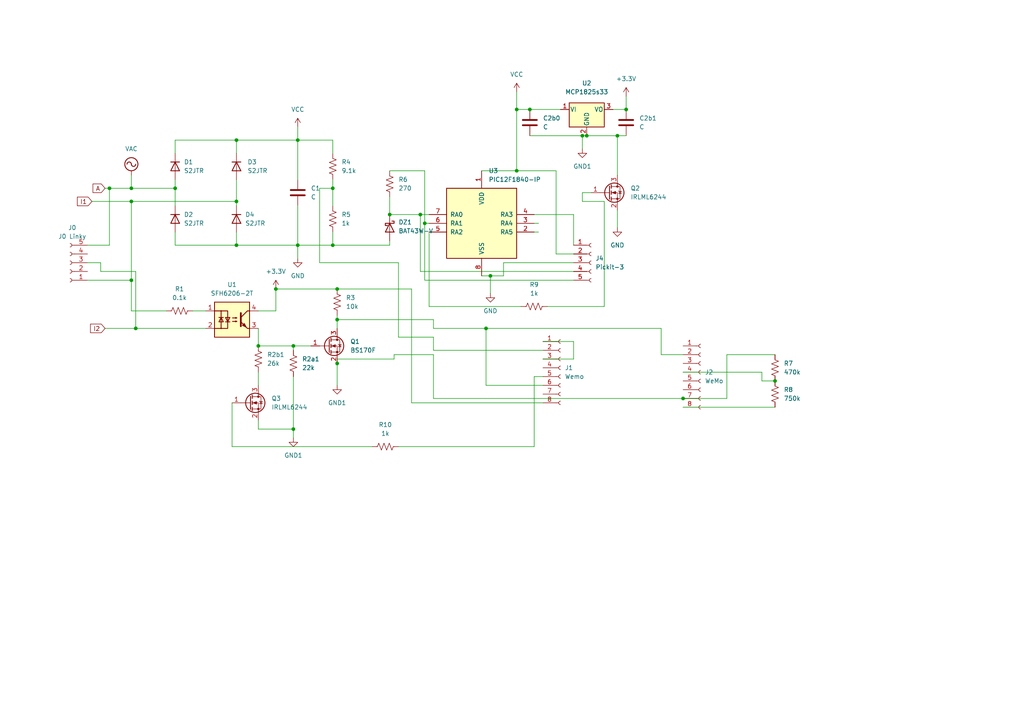
<source format=kicad_sch>
(kicad_sch (version 20211123) (generator eeschema)

  (uuid 962a71a4-e24c-4662-a1f8-864be7b82d9a)

  (paper "A4")

  (lib_symbols
    (symbol "Connector:Conn_01x05_Female" (pin_names (offset 1.016) hide) (in_bom yes) (on_board yes)
      (property "Reference" "J" (id 0) (at 0 7.62 0)
        (effects (font (size 1.27 1.27)))
      )
      (property "Value" "Conn_01x05_Female" (id 1) (at 0 -7.62 0)
        (effects (font (size 1.27 1.27)))
      )
      (property "Footprint" "" (id 2) (at 0 0 0)
        (effects (font (size 1.27 1.27)) hide)
      )
      (property "Datasheet" "~" (id 3) (at 0 0 0)
        (effects (font (size 1.27 1.27)) hide)
      )
      (property "ki_keywords" "connector" (id 4) (at 0 0 0)
        (effects (font (size 1.27 1.27)) hide)
      )
      (property "ki_description" "Generic connector, single row, 01x05, script generated (kicad-library-utils/schlib/autogen/connector/)" (id 5) (at 0 0 0)
        (effects (font (size 1.27 1.27)) hide)
      )
      (property "ki_fp_filters" "Connector*:*_1x??_*" (id 6) (at 0 0 0)
        (effects (font (size 1.27 1.27)) hide)
      )
      (symbol "Conn_01x05_Female_1_1"
        (arc (start 0 -4.572) (mid -0.508 -5.08) (end 0 -5.588)
          (stroke (width 0.1524) (type default) (color 0 0 0 0))
          (fill (type none))
        )
        (arc (start 0 -2.032) (mid -0.508 -2.54) (end 0 -3.048)
          (stroke (width 0.1524) (type default) (color 0 0 0 0))
          (fill (type none))
        )
        (polyline
          (pts
            (xy -1.27 -5.08)
            (xy -0.508 -5.08)
          )
          (stroke (width 0.1524) (type default) (color 0 0 0 0))
          (fill (type none))
        )
        (polyline
          (pts
            (xy -1.27 -2.54)
            (xy -0.508 -2.54)
          )
          (stroke (width 0.1524) (type default) (color 0 0 0 0))
          (fill (type none))
        )
        (polyline
          (pts
            (xy -1.27 0)
            (xy -0.508 0)
          )
          (stroke (width 0.1524) (type default) (color 0 0 0 0))
          (fill (type none))
        )
        (polyline
          (pts
            (xy -1.27 2.54)
            (xy -0.508 2.54)
          )
          (stroke (width 0.1524) (type default) (color 0 0 0 0))
          (fill (type none))
        )
        (polyline
          (pts
            (xy -1.27 5.08)
            (xy -0.508 5.08)
          )
          (stroke (width 0.1524) (type default) (color 0 0 0 0))
          (fill (type none))
        )
        (arc (start 0 0.508) (mid -0.508 0) (end 0 -0.508)
          (stroke (width 0.1524) (type default) (color 0 0 0 0))
          (fill (type none))
        )
        (arc (start 0 3.048) (mid -0.508 2.54) (end 0 2.032)
          (stroke (width 0.1524) (type default) (color 0 0 0 0))
          (fill (type none))
        )
        (arc (start 0 5.588) (mid -0.508 5.08) (end 0 4.572)
          (stroke (width 0.1524) (type default) (color 0 0 0 0))
          (fill (type none))
        )
        (pin passive line (at -5.08 5.08 0) (length 3.81)
          (name "Pin_1" (effects (font (size 1.27 1.27))))
          (number "1" (effects (font (size 1.27 1.27))))
        )
        (pin passive line (at -5.08 2.54 0) (length 3.81)
          (name "Pin_2" (effects (font (size 1.27 1.27))))
          (number "2" (effects (font (size 1.27 1.27))))
        )
        (pin passive line (at -5.08 0 0) (length 3.81)
          (name "Pin_3" (effects (font (size 1.27 1.27))))
          (number "3" (effects (font (size 1.27 1.27))))
        )
        (pin passive line (at -5.08 -2.54 0) (length 3.81)
          (name "Pin_4" (effects (font (size 1.27 1.27))))
          (number "4" (effects (font (size 1.27 1.27))))
        )
        (pin passive line (at -5.08 -5.08 0) (length 3.81)
          (name "Pin_5" (effects (font (size 1.27 1.27))))
          (number "5" (effects (font (size 1.27 1.27))))
        )
      )
    )
    (symbol "Connector:Conn_01x08_Female" (pin_names (offset 1.016) hide) (in_bom yes) (on_board yes)
      (property "Reference" "J" (id 0) (at 0 10.16 0)
        (effects (font (size 1.27 1.27)))
      )
      (property "Value" "Conn_01x08_Female" (id 1) (at 0 -12.7 0)
        (effects (font (size 1.27 1.27)))
      )
      (property "Footprint" "" (id 2) (at 0 0 0)
        (effects (font (size 1.27 1.27)) hide)
      )
      (property "Datasheet" "~" (id 3) (at 0 0 0)
        (effects (font (size 1.27 1.27)) hide)
      )
      (property "ki_keywords" "connector" (id 4) (at 0 0 0)
        (effects (font (size 1.27 1.27)) hide)
      )
      (property "ki_description" "Generic connector, single row, 01x08, script generated (kicad-library-utils/schlib/autogen/connector/)" (id 5) (at 0 0 0)
        (effects (font (size 1.27 1.27)) hide)
      )
      (property "ki_fp_filters" "Connector*:*_1x??_*" (id 6) (at 0 0 0)
        (effects (font (size 1.27 1.27)) hide)
      )
      (symbol "Conn_01x08_Female_1_1"
        (arc (start 0 -9.652) (mid -0.508 -10.16) (end 0 -10.668)
          (stroke (width 0.1524) (type default) (color 0 0 0 0))
          (fill (type none))
        )
        (arc (start 0 -7.112) (mid -0.508 -7.62) (end 0 -8.128)
          (stroke (width 0.1524) (type default) (color 0 0 0 0))
          (fill (type none))
        )
        (arc (start 0 -4.572) (mid -0.508 -5.08) (end 0 -5.588)
          (stroke (width 0.1524) (type default) (color 0 0 0 0))
          (fill (type none))
        )
        (arc (start 0 -2.032) (mid -0.508 -2.54) (end 0 -3.048)
          (stroke (width 0.1524) (type default) (color 0 0 0 0))
          (fill (type none))
        )
        (polyline
          (pts
            (xy -1.27 -10.16)
            (xy -0.508 -10.16)
          )
          (stroke (width 0.1524) (type default) (color 0 0 0 0))
          (fill (type none))
        )
        (polyline
          (pts
            (xy -1.27 -7.62)
            (xy -0.508 -7.62)
          )
          (stroke (width 0.1524) (type default) (color 0 0 0 0))
          (fill (type none))
        )
        (polyline
          (pts
            (xy -1.27 -5.08)
            (xy -0.508 -5.08)
          )
          (stroke (width 0.1524) (type default) (color 0 0 0 0))
          (fill (type none))
        )
        (polyline
          (pts
            (xy -1.27 -2.54)
            (xy -0.508 -2.54)
          )
          (stroke (width 0.1524) (type default) (color 0 0 0 0))
          (fill (type none))
        )
        (polyline
          (pts
            (xy -1.27 0)
            (xy -0.508 0)
          )
          (stroke (width 0.1524) (type default) (color 0 0 0 0))
          (fill (type none))
        )
        (polyline
          (pts
            (xy -1.27 2.54)
            (xy -0.508 2.54)
          )
          (stroke (width 0.1524) (type default) (color 0 0 0 0))
          (fill (type none))
        )
        (polyline
          (pts
            (xy -1.27 5.08)
            (xy -0.508 5.08)
          )
          (stroke (width 0.1524) (type default) (color 0 0 0 0))
          (fill (type none))
        )
        (polyline
          (pts
            (xy -1.27 7.62)
            (xy -0.508 7.62)
          )
          (stroke (width 0.1524) (type default) (color 0 0 0 0))
          (fill (type none))
        )
        (arc (start 0 0.508) (mid -0.508 0) (end 0 -0.508)
          (stroke (width 0.1524) (type default) (color 0 0 0 0))
          (fill (type none))
        )
        (arc (start 0 3.048) (mid -0.508 2.54) (end 0 2.032)
          (stroke (width 0.1524) (type default) (color 0 0 0 0))
          (fill (type none))
        )
        (arc (start 0 5.588) (mid -0.508 5.08) (end 0 4.572)
          (stroke (width 0.1524) (type default) (color 0 0 0 0))
          (fill (type none))
        )
        (arc (start 0 8.128) (mid -0.508 7.62) (end 0 7.112)
          (stroke (width 0.1524) (type default) (color 0 0 0 0))
          (fill (type none))
        )
        (pin passive line (at -5.08 7.62 0) (length 3.81)
          (name "Pin_1" (effects (font (size 1.27 1.27))))
          (number "1" (effects (font (size 1.27 1.27))))
        )
        (pin passive line (at -5.08 5.08 0) (length 3.81)
          (name "Pin_2" (effects (font (size 1.27 1.27))))
          (number "2" (effects (font (size 1.27 1.27))))
        )
        (pin passive line (at -5.08 2.54 0) (length 3.81)
          (name "Pin_3" (effects (font (size 1.27 1.27))))
          (number "3" (effects (font (size 1.27 1.27))))
        )
        (pin passive line (at -5.08 0 0) (length 3.81)
          (name "Pin_4" (effects (font (size 1.27 1.27))))
          (number "4" (effects (font (size 1.27 1.27))))
        )
        (pin passive line (at -5.08 -2.54 0) (length 3.81)
          (name "Pin_5" (effects (font (size 1.27 1.27))))
          (number "5" (effects (font (size 1.27 1.27))))
        )
        (pin passive line (at -5.08 -5.08 0) (length 3.81)
          (name "Pin_6" (effects (font (size 1.27 1.27))))
          (number "6" (effects (font (size 1.27 1.27))))
        )
        (pin passive line (at -5.08 -7.62 0) (length 3.81)
          (name "Pin_7" (effects (font (size 1.27 1.27))))
          (number "7" (effects (font (size 1.27 1.27))))
        )
        (pin passive line (at -5.08 -10.16 0) (length 3.81)
          (name "Pin_8" (effects (font (size 1.27 1.27))))
          (number "8" (effects (font (size 1.27 1.27))))
        )
      )
    )
    (symbol "Device:C" (pin_numbers hide) (pin_names (offset 0.254)) (in_bom yes) (on_board yes)
      (property "Reference" "C" (id 0) (at 0.635 2.54 0)
        (effects (font (size 1.27 1.27)) (justify left))
      )
      (property "Value" "C" (id 1) (at 0.635 -2.54 0)
        (effects (font (size 1.27 1.27)) (justify left))
      )
      (property "Footprint" "" (id 2) (at 0.9652 -3.81 0)
        (effects (font (size 1.27 1.27)) hide)
      )
      (property "Datasheet" "~" (id 3) (at 0 0 0)
        (effects (font (size 1.27 1.27)) hide)
      )
      (property "ki_keywords" "cap capacitor" (id 4) (at 0 0 0)
        (effects (font (size 1.27 1.27)) hide)
      )
      (property "ki_description" "Unpolarized capacitor" (id 5) (at 0 0 0)
        (effects (font (size 1.27 1.27)) hide)
      )
      (property "ki_fp_filters" "C_*" (id 6) (at 0 0 0)
        (effects (font (size 1.27 1.27)) hide)
      )
      (symbol "C_0_1"
        (polyline
          (pts
            (xy -2.032 -0.762)
            (xy 2.032 -0.762)
          )
          (stroke (width 0.508) (type default) (color 0 0 0 0))
          (fill (type none))
        )
        (polyline
          (pts
            (xy -2.032 0.762)
            (xy 2.032 0.762)
          )
          (stroke (width 0.508) (type default) (color 0 0 0 0))
          (fill (type none))
        )
      )
      (symbol "C_1_1"
        (pin passive line (at 0 3.81 270) (length 2.794)
          (name "~" (effects (font (size 1.27 1.27))))
          (number "1" (effects (font (size 1.27 1.27))))
        )
        (pin passive line (at 0 -3.81 90) (length 2.794)
          (name "~" (effects (font (size 1.27 1.27))))
          (number "2" (effects (font (size 1.27 1.27))))
        )
      )
    )
    (symbol "Device:R_US" (pin_numbers hide) (pin_names (offset 0)) (in_bom yes) (on_board yes)
      (property "Reference" "R" (id 0) (at 2.54 0 90)
        (effects (font (size 1.27 1.27)))
      )
      (property "Value" "R_US" (id 1) (at -2.54 0 90)
        (effects (font (size 1.27 1.27)))
      )
      (property "Footprint" "" (id 2) (at 1.016 -0.254 90)
        (effects (font (size 1.27 1.27)) hide)
      )
      (property "Datasheet" "~" (id 3) (at 0 0 0)
        (effects (font (size 1.27 1.27)) hide)
      )
      (property "ki_keywords" "R res resistor" (id 4) (at 0 0 0)
        (effects (font (size 1.27 1.27)) hide)
      )
      (property "ki_description" "Resistor, US symbol" (id 5) (at 0 0 0)
        (effects (font (size 1.27 1.27)) hide)
      )
      (property "ki_fp_filters" "R_*" (id 6) (at 0 0 0)
        (effects (font (size 1.27 1.27)) hide)
      )
      (symbol "R_US_0_1"
        (polyline
          (pts
            (xy 0 -2.286)
            (xy 0 -2.54)
          )
          (stroke (width 0) (type default) (color 0 0 0 0))
          (fill (type none))
        )
        (polyline
          (pts
            (xy 0 2.286)
            (xy 0 2.54)
          )
          (stroke (width 0) (type default) (color 0 0 0 0))
          (fill (type none))
        )
        (polyline
          (pts
            (xy 0 -0.762)
            (xy 1.016 -1.143)
            (xy 0 -1.524)
            (xy -1.016 -1.905)
            (xy 0 -2.286)
          )
          (stroke (width 0) (type default) (color 0 0 0 0))
          (fill (type none))
        )
        (polyline
          (pts
            (xy 0 0.762)
            (xy 1.016 0.381)
            (xy 0 0)
            (xy -1.016 -0.381)
            (xy 0 -0.762)
          )
          (stroke (width 0) (type default) (color 0 0 0 0))
          (fill (type none))
        )
        (polyline
          (pts
            (xy 0 2.286)
            (xy 1.016 1.905)
            (xy 0 1.524)
            (xy -1.016 1.143)
            (xy 0 0.762)
          )
          (stroke (width 0) (type default) (color 0 0 0 0))
          (fill (type none))
        )
      )
      (symbol "R_US_1_1"
        (pin passive line (at 0 3.81 270) (length 1.27)
          (name "~" (effects (font (size 1.27 1.27))))
          (number "1" (effects (font (size 1.27 1.27))))
        )
        (pin passive line (at 0 -3.81 90) (length 1.27)
          (name "~" (effects (font (size 1.27 1.27))))
          (number "2" (effects (font (size 1.27 1.27))))
        )
      )
    )
    (symbol "Diode:BAT43W-V" (pin_numbers hide) (pin_names (offset 1.016) hide) (in_bom yes) (on_board yes)
      (property "Reference" "D" (id 0) (at 0 2.54 0)
        (effects (font (size 1.27 1.27)))
      )
      (property "Value" "BAT43W-V" (id 1) (at 0 -2.54 0)
        (effects (font (size 1.27 1.27)))
      )
      (property "Footprint" "Diode_SMD:D_SOD-123" (id 2) (at 0 -4.445 0)
        (effects (font (size 1.27 1.27)) hide)
      )
      (property "Datasheet" "http://www.vishay.com/docs/85660/bat42.pdf" (id 3) (at 0 0 0)
        (effects (font (size 1.27 1.27)) hide)
      )
      (property "ki_keywords" "diode Schottky" (id 4) (at 0 0 0)
        (effects (font (size 1.27 1.27)) hide)
      )
      (property "ki_description" "30V 0.2A Small Signal Schottky diode, SOD-123" (id 5) (at 0 0 0)
        (effects (font (size 1.27 1.27)) hide)
      )
      (property "ki_fp_filters" "D*SOD?123*" (id 6) (at 0 0 0)
        (effects (font (size 1.27 1.27)) hide)
      )
      (symbol "BAT43W-V_0_1"
        (polyline
          (pts
            (xy 1.27 0)
            (xy -1.27 0)
          )
          (stroke (width 0) (type default) (color 0 0 0 0))
          (fill (type none))
        )
        (polyline
          (pts
            (xy 1.27 1.27)
            (xy 1.27 -1.27)
            (xy -1.27 0)
            (xy 1.27 1.27)
          )
          (stroke (width 0.254) (type default) (color 0 0 0 0))
          (fill (type none))
        )
        (polyline
          (pts
            (xy -1.905 0.635)
            (xy -1.905 1.27)
            (xy -1.27 1.27)
            (xy -1.27 -1.27)
            (xy -0.635 -1.27)
            (xy -0.635 -0.635)
          )
          (stroke (width 0.254) (type default) (color 0 0 0 0))
          (fill (type none))
        )
      )
      (symbol "BAT43W-V_1_1"
        (pin passive line (at -3.81 0 0) (length 2.54)
          (name "K" (effects (font (size 1.27 1.27))))
          (number "1" (effects (font (size 1.27 1.27))))
        )
        (pin passive line (at 3.81 0 180) (length 2.54)
          (name "A" (effects (font (size 1.27 1.27))))
          (number "2" (effects (font (size 1.27 1.27))))
        )
      )
    )
    (symbol "Diode:S2JTR" (pin_numbers hide) (pin_names hide) (in_bom yes) (on_board yes)
      (property "Reference" "D" (id 0) (at 0 2.54 0)
        (effects (font (size 1.27 1.27)))
      )
      (property "Value" "S2JTR" (id 1) (at 0 -2.54 0)
        (effects (font (size 1.27 1.27)))
      )
      (property "Footprint" "Diode_SMD:D_SMB" (id 2) (at 0 -4.445 0)
        (effects (font (size 1.27 1.27)) hide)
      )
      (property "Datasheet" "http://www.smc-diodes.com/propdf/S2A-S2M%20N0562%20REV.A.pdf" (id 3) (at 0 0 0)
        (effects (font (size 1.27 1.27)) hide)
      )
      (property "ki_keywords" "diode" (id 4) (at 0 0 0)
        (effects (font (size 1.27 1.27)) hide)
      )
      (property "ki_description" "600V 2A General Purpose Rectifier Diode, SMB" (id 5) (at 0 0 0)
        (effects (font (size 1.27 1.27)) hide)
      )
      (property "ki_fp_filters" "*D?SMB*" (id 6) (at 0 0 0)
        (effects (font (size 1.27 1.27)) hide)
      )
      (symbol "S2JTR_0_1"
        (polyline
          (pts
            (xy -1.27 1.27)
            (xy -1.27 -1.27)
          )
          (stroke (width 0.254) (type default) (color 0 0 0 0))
          (fill (type none))
        )
        (polyline
          (pts
            (xy 1.27 0)
            (xy -1.27 0)
          )
          (stroke (width 0) (type default) (color 0 0 0 0))
          (fill (type none))
        )
        (polyline
          (pts
            (xy 1.27 1.27)
            (xy 1.27 -1.27)
            (xy -1.27 0)
            (xy 1.27 1.27)
          )
          (stroke (width 0.254) (type default) (color 0 0 0 0))
          (fill (type none))
        )
      )
      (symbol "S2JTR_1_1"
        (pin passive line (at -3.81 0 0) (length 2.54)
          (name "K" (effects (font (size 1.27 1.27))))
          (number "1" (effects (font (size 1.27 1.27))))
        )
        (pin passive line (at 3.81 0 180) (length 2.54)
          (name "A" (effects (font (size 1.27 1.27))))
          (number "2" (effects (font (size 1.27 1.27))))
        )
      )
    )
    (symbol "Isolator:SFH6206-2T" (pin_names (offset 1.016)) (in_bom yes) (on_board yes)
      (property "Reference" "U" (id 0) (at -4.064 6.35 0)
        (effects (font (size 1.27 1.27)))
      )
      (property "Value" "SFH6206-2T" (id 1) (at -5.334 -6.604 0)
        (effects (font (size 1.27 1.27)) (justify left))
      )
      (property "Footprint" "Package_DIP:SMDIP-4_W9.53mm_Clearance8mm" (id 2) (at 0 -10.16 0)
        (effects (font (size 1.27 1.27)) hide)
      )
      (property "Datasheet" "http://www.vishay.com/docs/83675/sfh620a.pdf" (id 3) (at 0 0 0)
        (effects (font (size 1.27 1.27)) hide)
      )
      (property "ki_keywords" "Optocoupler, Phototransistor Output, 5300 VRMS, VCEO 70V, CTR% 63-200" (id 4) (at 0 0 0)
        (effects (font (size 1.27 1.27)) hide)
      )
      (property "ki_description" "Optocoupler, Phototransistor Output, 5300 VRMS, VCEO 70V, CTR% 63-200, UL, cUL, BSI, SMD-4" (id 5) (at 0 0 0)
        (effects (font (size 1.27 1.27)) hide)
      )
      (property "ki_fp_filters" "SMDIP*W9.53mm?Clearance8mm*" (id 6) (at 0 0 0)
        (effects (font (size 1.27 1.27)) hide)
      )
      (symbol "SFH6206-2T_1_1"
        (rectangle (start -5.08 5.08) (end 5.08 -5.08)
          (stroke (width 0.254) (type default) (color 0 0 0 0))
          (fill (type background))
        )
        (circle (center -3.175 -2.54) (radius 0.127)
          (stroke (width 0) (type default) (color 0 0 0 0))
          (fill (type none))
        )
        (circle (center -3.175 2.54) (radius 0.127)
          (stroke (width 0) (type default) (color 0 0 0 0))
          (fill (type none))
        )
        (polyline
          (pts
            (xy -3.81 0.635)
            (xy -2.54 0.635)
          )
          (stroke (width 0.254) (type default) (color 0 0 0 0))
          (fill (type none))
        )
        (polyline
          (pts
            (xy -1.905 -0.635)
            (xy -0.635 -0.635)
          )
          (stroke (width 0.254) (type default) (color 0 0 0 0))
          (fill (type none))
        )
        (polyline
          (pts
            (xy 2.54 1.905)
            (xy 2.54 -1.905)
            (xy 2.54 -1.905)
          )
          (stroke (width 0.508) (type default) (color 0 0 0 0))
          (fill (type none))
        )
        (polyline
          (pts
            (xy 5.08 -2.54)
            (xy 4.445 -2.54)
            (xy 2.54 -0.635)
          )
          (stroke (width 0.254) (type default) (color 0 0 0 0))
          (fill (type none))
        )
        (polyline
          (pts
            (xy 5.08 2.54)
            (xy 4.445 2.54)
            (xy 2.54 0.635)
          )
          (stroke (width 0.254) (type default) (color 0 0 0 0))
          (fill (type none))
        )
        (polyline
          (pts
            (xy -5.08 2.54)
            (xy -3.175 2.54)
            (xy -3.175 -2.54)
            (xy -5.08 -2.54)
          )
          (stroke (width 0.254) (type default) (color 0 0 0 0))
          (fill (type none))
        )
        (polyline
          (pts
            (xy -3.175 -2.54)
            (xy -1.27 -2.54)
            (xy -1.27 2.54)
            (xy -3.175 2.54)
          )
          (stroke (width 0.254) (type default) (color 0 0 0 0))
          (fill (type none))
        )
        (polyline
          (pts
            (xy -3.175 0.635)
            (xy -3.81 -0.635)
            (xy -2.54 -0.635)
            (xy -3.175 0.635)
          )
          (stroke (width 0.254) (type default) (color 0 0 0 0))
          (fill (type none))
        )
        (polyline
          (pts
            (xy -1.27 -0.635)
            (xy -1.905 0.635)
            (xy -0.635 0.635)
            (xy -1.27 -0.635)
          )
          (stroke (width 0.254) (type default) (color 0 0 0 0))
          (fill (type none))
        )
        (polyline
          (pts
            (xy 0.127 -0.508)
            (xy 1.397 -0.508)
            (xy 1.016 -0.635)
            (xy 1.016 -0.381)
            (xy 1.397 -0.508)
          )
          (stroke (width 0.254) (type default) (color 0 0 0 0))
          (fill (type none))
        )
        (polyline
          (pts
            (xy 0.127 0.508)
            (xy 1.397 0.508)
            (xy 1.016 0.381)
            (xy 1.016 0.635)
            (xy 1.397 0.508)
          )
          (stroke (width 0.254) (type default) (color 0 0 0 0))
          (fill (type none))
        )
        (polyline
          (pts
            (xy 3.048 -1.651)
            (xy 3.556 -1.143)
            (xy 4.064 -2.159)
            (xy 3.048 -1.651)
            (xy 3.048 -1.651)
          )
          (stroke (width 0.254) (type default) (color 0 0 0 0))
          (fill (type outline))
        )
        (pin passive line (at -7.62 2.54 0) (length 2.54)
          (name "~" (effects (font (size 1.27 1.27))))
          (number "1" (effects (font (size 1.27 1.27))))
        )
        (pin passive line (at -7.62 -2.54 0) (length 2.54)
          (name "~" (effects (font (size 1.27 1.27))))
          (number "2" (effects (font (size 1.27 1.27))))
        )
        (pin passive line (at 7.62 -2.54 180) (length 2.54)
          (name "~" (effects (font (size 1.27 1.27))))
          (number "3" (effects (font (size 1.27 1.27))))
        )
        (pin passive line (at 7.62 2.54 180) (length 2.54)
          (name "~" (effects (font (size 1.27 1.27))))
          (number "4" (effects (font (size 1.27 1.27))))
        )
      )
    )
    (symbol "MCU_Microchip_PIC12:PIC12F1840-IP" (pin_names (offset 1.016)) (in_bom yes) (on_board yes)
      (property "Reference" "U" (id 0) (at 1.27 13.97 0)
        (effects (font (size 1.27 1.27)) (justify left))
      )
      (property "Value" "PIC12F1840-IP" (id 1) (at 1.27 11.43 0)
        (effects (font (size 1.27 1.27)) (justify left))
      )
      (property "Footprint" "Package_DIP:DIP-8_W7.62mm" (id 2) (at 15.24 16.51 0)
        (effects (font (size 1.27 1.27)) hide)
      )
      (property "Datasheet" "http://ww1.microchip.com/downloads/en/DeviceDoc/41441B.pdf" (id 3) (at 0 0 0)
        (effects (font (size 1.27 1.27)) hide)
      )
      (property "ki_keywords" "FLASH-Based 8-Bit CMOS Microcontroller XLP" (id 4) (at 0 0 0)
        (effects (font (size 1.27 1.27)) hide)
      )
      (property "ki_description" "4kW FLASH, 256B SRAM, 256B EEPROM, PDIP8" (id 5) (at 0 0 0)
        (effects (font (size 1.27 1.27)) hide)
      )
      (property "ki_fp_filters" "DIP*W7.62mm*" (id 6) (at 0 0 0)
        (effects (font (size 1.27 1.27)) hide)
      )
      (symbol "PIC12F1840-IP_0_1"
        (rectangle (start 10.16 -10.16) (end -10.16 10.16)
          (stroke (width 0.254) (type default) (color 0 0 0 0))
          (fill (type background))
        )
      )
      (symbol "PIC12F1840-IP_1_1"
        (pin power_in line (at 0 15.24 270) (length 5.08)
          (name "VDD" (effects (font (size 1.27 1.27))))
          (number "1" (effects (font (size 1.27 1.27))))
        )
        (pin bidirectional line (at 15.24 -2.54 180) (length 5.08)
          (name "RA5" (effects (font (size 1.27 1.27))))
          (number "2" (effects (font (size 1.27 1.27))))
        )
        (pin bidirectional line (at 15.24 0 180) (length 5.08)
          (name "RA4" (effects (font (size 1.27 1.27))))
          (number "3" (effects (font (size 1.27 1.27))))
        )
        (pin input line (at 15.24 2.54 180) (length 5.08)
          (name "RA3" (effects (font (size 1.27 1.27))))
          (number "4" (effects (font (size 1.27 1.27))))
        )
        (pin bidirectional line (at -15.24 -2.54 0) (length 5.08)
          (name "RA2" (effects (font (size 1.27 1.27))))
          (number "5" (effects (font (size 1.27 1.27))))
        )
        (pin bidirectional line (at -15.24 0 0) (length 5.08)
          (name "RA1" (effects (font (size 1.27 1.27))))
          (number "6" (effects (font (size 1.27 1.27))))
        )
        (pin bidirectional line (at -15.24 2.54 0) (length 5.08)
          (name "RA0" (effects (font (size 1.27 1.27))))
          (number "7" (effects (font (size 1.27 1.27))))
        )
        (pin power_in line (at 0 -15.24 90) (length 5.08)
          (name "VSS" (effects (font (size 1.27 1.27))))
          (number "8" (effects (font (size 1.27 1.27))))
        )
      )
    )
    (symbol "Regulator_Linear:MCP1792x-3302xDB" (pin_names (offset 0.254)) (in_bom yes) (on_board yes)
      (property "Reference" "U" (id 0) (at -3.81 3.175 0)
        (effects (font (size 1.27 1.27)))
      )
      (property "Value" "MCP1792x-3302xDB" (id 1) (at 0 3.175 0)
        (effects (font (size 1.27 1.27)) (justify left))
      )
      (property "Footprint" "Package_TO_SOT_SMD:SOT-223-3_TabPin2" (id 2) (at 0 5.08 0)
        (effects (font (size 1.27 1.27)) hide)
      )
      (property "Datasheet" "https://ww1.microchip.com/downloads/aemDocuments/documents/APID/ProductDocuments/DataSheets/MCP1792-Family-Data-Sheet-DS20006229D.pdf" (id 3) (at 0 -1.27 0)
        (effects (font (size 1.27 1.27)) hide)
      )
      (property "ki_keywords" "REGULATOR LDO" (id 4) (at 0 0 0)
        (effects (font (size 1.27 1.27)) hide)
      )
      (property "ki_description" "Low Quiescent Current LDO Regulator, 4.5-55V input, 3.3V, 100mA, SOT-223" (id 5) (at 0 0 0)
        (effects (font (size 1.27 1.27)) hide)
      )
      (property "ki_fp_filters" "SOT?223*TabPin2*" (id 6) (at 0 0 0)
        (effects (font (size 1.27 1.27)) hide)
      )
      (symbol "MCP1792x-3302xDB_0_1"
        (rectangle (start -5.08 -5.08) (end 5.08 1.905)
          (stroke (width 0.254) (type default) (color 0 0 0 0))
          (fill (type background))
        )
      )
      (symbol "MCP1792x-3302xDB_1_1"
        (pin power_in line (at -7.62 0 0) (length 2.54)
          (name "VI" (effects (font (size 1.27 1.27))))
          (number "1" (effects (font (size 1.27 1.27))))
        )
        (pin power_in line (at 0 -7.62 90) (length 2.54)
          (name "GND" (effects (font (size 1.27 1.27))))
          (number "2" (effects (font (size 1.27 1.27))))
        )
        (pin power_out line (at 7.62 0 180) (length 2.54)
          (name "VO" (effects (font (size 1.27 1.27))))
          (number "3" (effects (font (size 1.27 1.27))))
        )
      )
    )
    (symbol "Transistor_FET:2N7002E" (pin_names hide) (in_bom yes) (on_board yes)
      (property "Reference" "Q" (id 0) (at 5.08 1.905 0)
        (effects (font (size 1.27 1.27)) (justify left))
      )
      (property "Value" "2N7002E" (id 1) (at 5.08 0 0)
        (effects (font (size 1.27 1.27)) (justify left))
      )
      (property "Footprint" "Package_TO_SOT_SMD:SOT-23" (id 2) (at 5.08 -1.905 0)
        (effects (font (size 1.27 1.27) italic) (justify left) hide)
      )
      (property "Datasheet" "http://www.diodes.com/assets/Datasheets/ds30376.pdf" (id 3) (at 0 0 0)
        (effects (font (size 1.27 1.27)) (justify left) hide)
      )
      (property "ki_keywords" "N-Channel MOSFET" (id 4) (at 0 0 0)
        (effects (font (size 1.27 1.27)) hide)
      )
      (property "ki_description" "0.24A Id, 60V Vds, N-Channel MOSFET, SOT-23" (id 5) (at 0 0 0)
        (effects (font (size 1.27 1.27)) hide)
      )
      (property "ki_fp_filters" "SOT?23*" (id 6) (at 0 0 0)
        (effects (font (size 1.27 1.27)) hide)
      )
      (symbol "2N7002E_0_1"
        (polyline
          (pts
            (xy 0.254 0)
            (xy -2.54 0)
          )
          (stroke (width 0) (type default) (color 0 0 0 0))
          (fill (type none))
        )
        (polyline
          (pts
            (xy 0.254 1.905)
            (xy 0.254 -1.905)
          )
          (stroke (width 0.254) (type default) (color 0 0 0 0))
          (fill (type none))
        )
        (polyline
          (pts
            (xy 0.762 -1.27)
            (xy 0.762 -2.286)
          )
          (stroke (width 0.254) (type default) (color 0 0 0 0))
          (fill (type none))
        )
        (polyline
          (pts
            (xy 0.762 0.508)
            (xy 0.762 -0.508)
          )
          (stroke (width 0.254) (type default) (color 0 0 0 0))
          (fill (type none))
        )
        (polyline
          (pts
            (xy 0.762 2.286)
            (xy 0.762 1.27)
          )
          (stroke (width 0.254) (type default) (color 0 0 0 0))
          (fill (type none))
        )
        (polyline
          (pts
            (xy 2.54 2.54)
            (xy 2.54 1.778)
          )
          (stroke (width 0) (type default) (color 0 0 0 0))
          (fill (type none))
        )
        (polyline
          (pts
            (xy 2.54 -2.54)
            (xy 2.54 0)
            (xy 0.762 0)
          )
          (stroke (width 0) (type default) (color 0 0 0 0))
          (fill (type none))
        )
        (polyline
          (pts
            (xy 0.762 -1.778)
            (xy 3.302 -1.778)
            (xy 3.302 1.778)
            (xy 0.762 1.778)
          )
          (stroke (width 0) (type default) (color 0 0 0 0))
          (fill (type none))
        )
        (polyline
          (pts
            (xy 1.016 0)
            (xy 2.032 0.381)
            (xy 2.032 -0.381)
            (xy 1.016 0)
          )
          (stroke (width 0) (type default) (color 0 0 0 0))
          (fill (type outline))
        )
        (polyline
          (pts
            (xy 2.794 0.508)
            (xy 2.921 0.381)
            (xy 3.683 0.381)
            (xy 3.81 0.254)
          )
          (stroke (width 0) (type default) (color 0 0 0 0))
          (fill (type none))
        )
        (polyline
          (pts
            (xy 3.302 0.381)
            (xy 2.921 -0.254)
            (xy 3.683 -0.254)
            (xy 3.302 0.381)
          )
          (stroke (width 0) (type default) (color 0 0 0 0))
          (fill (type none))
        )
        (circle (center 1.651 0) (radius 2.794)
          (stroke (width 0.254) (type default) (color 0 0 0 0))
          (fill (type none))
        )
        (circle (center 2.54 -1.778) (radius 0.254)
          (stroke (width 0) (type default) (color 0 0 0 0))
          (fill (type outline))
        )
        (circle (center 2.54 1.778) (radius 0.254)
          (stroke (width 0) (type default) (color 0 0 0 0))
          (fill (type outline))
        )
      )
      (symbol "2N7002E_1_1"
        (pin input line (at -5.08 0 0) (length 2.54)
          (name "G" (effects (font (size 1.27 1.27))))
          (number "1" (effects (font (size 1.27 1.27))))
        )
        (pin passive line (at 2.54 -5.08 90) (length 2.54)
          (name "S" (effects (font (size 1.27 1.27))))
          (number "2" (effects (font (size 1.27 1.27))))
        )
        (pin passive line (at 2.54 5.08 270) (length 2.54)
          (name "D" (effects (font (size 1.27 1.27))))
          (number "3" (effects (font (size 1.27 1.27))))
        )
      )
    )
    (symbol "Transistor_FET:BS170F" (pin_names hide) (in_bom yes) (on_board yes)
      (property "Reference" "Q" (id 0) (at 5.08 1.905 0)
        (effects (font (size 1.27 1.27)) (justify left))
      )
      (property "Value" "BS170F" (id 1) (at 5.08 0 0)
        (effects (font (size 1.27 1.27)) (justify left))
      )
      (property "Footprint" "Package_TO_SOT_SMD:SOT-23" (id 2) (at 5.08 -1.905 0)
        (effects (font (size 1.27 1.27) italic) (justify left) hide)
      )
      (property "Datasheet" "http://www.diodes.com/assets/Datasheets/BS170F.pdf" (id 3) (at 0 0 0)
        (effects (font (size 1.27 1.27)) (justify left) hide)
      )
      (property "ki_keywords" "N-Channel MOSFET" (id 4) (at 0 0 0)
        (effects (font (size 1.27 1.27)) hide)
      )
      (property "ki_description" "0.15A Id, 60V Vds, N-Channel MOSFET, SOT-23" (id 5) (at 0 0 0)
        (effects (font (size 1.27 1.27)) hide)
      )
      (property "ki_fp_filters" "SOT?23*" (id 6) (at 0 0 0)
        (effects (font (size 1.27 1.27)) hide)
      )
      (symbol "BS170F_0_1"
        (polyline
          (pts
            (xy 0.254 0)
            (xy -2.54 0)
          )
          (stroke (width 0) (type default) (color 0 0 0 0))
          (fill (type none))
        )
        (polyline
          (pts
            (xy 0.254 1.905)
            (xy 0.254 -1.905)
          )
          (stroke (width 0.254) (type default) (color 0 0 0 0))
          (fill (type none))
        )
        (polyline
          (pts
            (xy 0.762 -1.27)
            (xy 0.762 -2.286)
          )
          (stroke (width 0.254) (type default) (color 0 0 0 0))
          (fill (type none))
        )
        (polyline
          (pts
            (xy 0.762 0.508)
            (xy 0.762 -0.508)
          )
          (stroke (width 0.254) (type default) (color 0 0 0 0))
          (fill (type none))
        )
        (polyline
          (pts
            (xy 0.762 2.286)
            (xy 0.762 1.27)
          )
          (stroke (width 0.254) (type default) (color 0 0 0 0))
          (fill (type none))
        )
        (polyline
          (pts
            (xy 2.54 2.54)
            (xy 2.54 1.778)
          )
          (stroke (width 0) (type default) (color 0 0 0 0))
          (fill (type none))
        )
        (polyline
          (pts
            (xy 2.54 -2.54)
            (xy 2.54 0)
            (xy 0.762 0)
          )
          (stroke (width 0) (type default) (color 0 0 0 0))
          (fill (type none))
        )
        (polyline
          (pts
            (xy 0.762 -1.778)
            (xy 3.302 -1.778)
            (xy 3.302 1.778)
            (xy 0.762 1.778)
          )
          (stroke (width 0) (type default) (color 0 0 0 0))
          (fill (type none))
        )
        (polyline
          (pts
            (xy 1.016 0)
            (xy 2.032 0.381)
            (xy 2.032 -0.381)
            (xy 1.016 0)
          )
          (stroke (width 0) (type default) (color 0 0 0 0))
          (fill (type outline))
        )
        (polyline
          (pts
            (xy 2.794 0.508)
            (xy 2.921 0.381)
            (xy 3.683 0.381)
            (xy 3.81 0.254)
          )
          (stroke (width 0) (type default) (color 0 0 0 0))
          (fill (type none))
        )
        (polyline
          (pts
            (xy 3.302 0.381)
            (xy 2.921 -0.254)
            (xy 3.683 -0.254)
            (xy 3.302 0.381)
          )
          (stroke (width 0) (type default) (color 0 0 0 0))
          (fill (type none))
        )
        (circle (center 1.651 0) (radius 2.794)
          (stroke (width 0.254) (type default) (color 0 0 0 0))
          (fill (type none))
        )
        (circle (center 2.54 -1.778) (radius 0.254)
          (stroke (width 0) (type default) (color 0 0 0 0))
          (fill (type outline))
        )
        (circle (center 2.54 1.778) (radius 0.254)
          (stroke (width 0) (type default) (color 0 0 0 0))
          (fill (type outline))
        )
      )
      (symbol "BS170F_1_1"
        (pin input line (at -5.08 0 0) (length 2.54)
          (name "G" (effects (font (size 1.27 1.27))))
          (number "1" (effects (font (size 1.27 1.27))))
        )
        (pin passive line (at 2.54 -5.08 90) (length 2.54)
          (name "S" (effects (font (size 1.27 1.27))))
          (number "2" (effects (font (size 1.27 1.27))))
        )
        (pin passive line (at 2.54 5.08 270) (length 2.54)
          (name "D" (effects (font (size 1.27 1.27))))
          (number "3" (effects (font (size 1.27 1.27))))
        )
      )
    )
    (symbol "power:+3.3V" (power) (pin_names (offset 0)) (in_bom yes) (on_board yes)
      (property "Reference" "#PWR" (id 0) (at 0 -3.81 0)
        (effects (font (size 1.27 1.27)) hide)
      )
      (property "Value" "+3.3V" (id 1) (at 0 3.556 0)
        (effects (font (size 1.27 1.27)))
      )
      (property "Footprint" "" (id 2) (at 0 0 0)
        (effects (font (size 1.27 1.27)) hide)
      )
      (property "Datasheet" "" (id 3) (at 0 0 0)
        (effects (font (size 1.27 1.27)) hide)
      )
      (property "ki_keywords" "global power" (id 4) (at 0 0 0)
        (effects (font (size 1.27 1.27)) hide)
      )
      (property "ki_description" "Power symbol creates a global label with name \"+3.3V\"" (id 5) (at 0 0 0)
        (effects (font (size 1.27 1.27)) hide)
      )
      (symbol "+3.3V_0_1"
        (polyline
          (pts
            (xy -0.762 1.27)
            (xy 0 2.54)
          )
          (stroke (width 0) (type default) (color 0 0 0 0))
          (fill (type none))
        )
        (polyline
          (pts
            (xy 0 0)
            (xy 0 2.54)
          )
          (stroke (width 0) (type default) (color 0 0 0 0))
          (fill (type none))
        )
        (polyline
          (pts
            (xy 0 2.54)
            (xy 0.762 1.27)
          )
          (stroke (width 0) (type default) (color 0 0 0 0))
          (fill (type none))
        )
      )
      (symbol "+3.3V_1_1"
        (pin power_in line (at 0 0 90) (length 0) hide
          (name "+3.3V" (effects (font (size 1.27 1.27))))
          (number "1" (effects (font (size 1.27 1.27))))
        )
      )
    )
    (symbol "power:GND" (power) (pin_names (offset 0)) (in_bom yes) (on_board yes)
      (property "Reference" "#PWR" (id 0) (at 0 -6.35 0)
        (effects (font (size 1.27 1.27)) hide)
      )
      (property "Value" "GND" (id 1) (at 0 -3.81 0)
        (effects (font (size 1.27 1.27)))
      )
      (property "Footprint" "" (id 2) (at 0 0 0)
        (effects (font (size 1.27 1.27)) hide)
      )
      (property "Datasheet" "" (id 3) (at 0 0 0)
        (effects (font (size 1.27 1.27)) hide)
      )
      (property "ki_keywords" "global power" (id 4) (at 0 0 0)
        (effects (font (size 1.27 1.27)) hide)
      )
      (property "ki_description" "Power symbol creates a global label with name \"GND\" , ground" (id 5) (at 0 0 0)
        (effects (font (size 1.27 1.27)) hide)
      )
      (symbol "GND_0_1"
        (polyline
          (pts
            (xy 0 0)
            (xy 0 -1.27)
            (xy 1.27 -1.27)
            (xy 0 -2.54)
            (xy -1.27 -1.27)
            (xy 0 -1.27)
          )
          (stroke (width 0) (type default) (color 0 0 0 0))
          (fill (type none))
        )
      )
      (symbol "GND_1_1"
        (pin power_in line (at 0 0 270) (length 0) hide
          (name "GND" (effects (font (size 1.27 1.27))))
          (number "1" (effects (font (size 1.27 1.27))))
        )
      )
    )
    (symbol "power:GND1" (power) (pin_names (offset 0)) (in_bom yes) (on_board yes)
      (property "Reference" "#PWR" (id 0) (at 0 -6.35 0)
        (effects (font (size 1.27 1.27)) hide)
      )
      (property "Value" "GND1" (id 1) (at 0 -3.81 0)
        (effects (font (size 1.27 1.27)))
      )
      (property "Footprint" "" (id 2) (at 0 0 0)
        (effects (font (size 1.27 1.27)) hide)
      )
      (property "Datasheet" "" (id 3) (at 0 0 0)
        (effects (font (size 1.27 1.27)) hide)
      )
      (property "ki_keywords" "global power" (id 4) (at 0 0 0)
        (effects (font (size 1.27 1.27)) hide)
      )
      (property "ki_description" "Power symbol creates a global label with name \"GND1\" , ground" (id 5) (at 0 0 0)
        (effects (font (size 1.27 1.27)) hide)
      )
      (symbol "GND1_0_1"
        (polyline
          (pts
            (xy 0 0)
            (xy 0 -1.27)
            (xy 1.27 -1.27)
            (xy 0 -2.54)
            (xy -1.27 -1.27)
            (xy 0 -1.27)
          )
          (stroke (width 0) (type default) (color 0 0 0 0))
          (fill (type none))
        )
      )
      (symbol "GND1_1_1"
        (pin power_in line (at 0 0 270) (length 0) hide
          (name "GND1" (effects (font (size 1.27 1.27))))
          (number "1" (effects (font (size 1.27 1.27))))
        )
      )
    )
    (symbol "power:VAC" (power) (pin_names (offset 0)) (in_bom yes) (on_board yes)
      (property "Reference" "#PWR" (id 0) (at 0 -2.54 0)
        (effects (font (size 1.27 1.27)) hide)
      )
      (property "Value" "VAC" (id 1) (at 0 6.35 0)
        (effects (font (size 1.27 1.27)))
      )
      (property "Footprint" "" (id 2) (at 0 0 0)
        (effects (font (size 1.27 1.27)) hide)
      )
      (property "Datasheet" "" (id 3) (at 0 0 0)
        (effects (font (size 1.27 1.27)) hide)
      )
      (property "ki_keywords" "global power" (id 4) (at 0 0 0)
        (effects (font (size 1.27 1.27)) hide)
      )
      (property "ki_description" "Power symbol creates a global label with name \"VAC\"" (id 5) (at 0 0 0)
        (effects (font (size 1.27 1.27)) hide)
      )
      (symbol "VAC_0_1"
        (polyline
          (pts
            (xy 0 0)
            (xy 0 1.27)
          )
          (stroke (width 0) (type default) (color 0 0 0 0))
          (fill (type none))
        )
        (arc (start 0 3.175) (mid -0.635 3.81) (end -1.27 3.175)
          (stroke (width 0.254) (type default) (color 0 0 0 0))
          (fill (type none))
        )
        (arc (start 0 3.175) (mid 0.635 2.54) (end 1.27 3.175)
          (stroke (width 0.254) (type default) (color 0 0 0 0))
          (fill (type none))
        )
        (circle (center 0 3.175) (radius 1.905)
          (stroke (width 0.254) (type default) (color 0 0 0 0))
          (fill (type none))
        )
      )
      (symbol "VAC_1_1"
        (pin power_in line (at 0 0 90) (length 0) hide
          (name "VAC" (effects (font (size 1.27 1.27))))
          (number "1" (effects (font (size 1.27 1.27))))
        )
      )
    )
    (symbol "power:VCC" (power) (pin_names (offset 0)) (in_bom yes) (on_board yes)
      (property "Reference" "#PWR" (id 0) (at 0 -3.81 0)
        (effects (font (size 1.27 1.27)) hide)
      )
      (property "Value" "VCC" (id 1) (at 0 3.81 0)
        (effects (font (size 1.27 1.27)))
      )
      (property "Footprint" "" (id 2) (at 0 0 0)
        (effects (font (size 1.27 1.27)) hide)
      )
      (property "Datasheet" "" (id 3) (at 0 0 0)
        (effects (font (size 1.27 1.27)) hide)
      )
      (property "ki_keywords" "global power" (id 4) (at 0 0 0)
        (effects (font (size 1.27 1.27)) hide)
      )
      (property "ki_description" "Power symbol creates a global label with name \"VCC\"" (id 5) (at 0 0 0)
        (effects (font (size 1.27 1.27)) hide)
      )
      (symbol "VCC_0_1"
        (polyline
          (pts
            (xy -0.762 1.27)
            (xy 0 2.54)
          )
          (stroke (width 0) (type default) (color 0 0 0 0))
          (fill (type none))
        )
        (polyline
          (pts
            (xy 0 0)
            (xy 0 2.54)
          )
          (stroke (width 0) (type default) (color 0 0 0 0))
          (fill (type none))
        )
        (polyline
          (pts
            (xy 0 2.54)
            (xy 0.762 1.27)
          )
          (stroke (width 0) (type default) (color 0 0 0 0))
          (fill (type none))
        )
      )
      (symbol "VCC_1_1"
        (pin power_in line (at 0 0 90) (length 0) hide
          (name "VCC" (effects (font (size 1.27 1.27))))
          (number "1" (effects (font (size 1.27 1.27))))
        )
      )
    )
  )

  (junction (at 68.58 58.42) (diameter 0) (color 0 0 0 0)
    (uuid 0b62768f-d2a3-47db-8c9c-80e1f38be3dc)
  )
  (junction (at 38.1 81.28) (diameter 0) (color 0 0 0 0)
    (uuid 0db64e78-efd4-4a85-bae4-9aff036e94a3)
  )
  (junction (at 149.86 31.75) (diameter 0) (color 0 0 0 0)
    (uuid 0f3c4ee8-7669-491b-a8f0-9556b16e46cc)
  )
  (junction (at 86.36 40.64) (diameter 0) (color 0 0 0 0)
    (uuid 144c4dc8-2ef0-4cd5-8463-7843f6610ce9)
  )
  (junction (at 168.91 39.37) (diameter 0) (color 0 0 0 0)
    (uuid 19b18378-2521-490d-b4b9-767050bdd52f)
  )
  (junction (at 96.52 54.61) (diameter 0) (color 0 0 0 0)
    (uuid 1be52451-e66b-48c4-8ed9-271ae868d286)
  )
  (junction (at 149.86 49.53) (diameter 0) (color 0 0 0 0)
    (uuid 1c29243e-9737-4f19-ad91-8bb0e481d062)
  )
  (junction (at 85.09 100.33) (diameter 0) (color 0 0 0 0)
    (uuid 244b351e-30dc-4039-9964-87b47e21188e)
  )
  (junction (at 86.36 71.12) (diameter 0) (color 0 0 0 0)
    (uuid 249c4346-0c41-4365-9883-1b3f21180816)
  )
  (junction (at 198.12 115.57) (diameter 0) (color 0 0 0 0)
    (uuid 25c1df27-46d4-46ac-bda3-e402a358a563)
  )
  (junction (at 121.92 62.23) (diameter 0) (color 0 0 0 0)
    (uuid 356e47bc-6729-42bc-b5c9-93d602b00803)
  )
  (junction (at 38.1 58.42) (diameter 0) (color 0 0 0 0)
    (uuid 3760ec9b-68ab-4b50-84a0-9f99f173ed73)
  )
  (junction (at 38.1 54.61) (diameter 0) (color 0 0 0 0)
    (uuid 39ac8ae7-e393-4b78-b971-4bbf7fb9b2fc)
  )
  (junction (at 140.97 95.25) (diameter 0) (color 0 0 0 0)
    (uuid 4905b2ce-77ec-41fe-be4e-4763c582f27b)
  )
  (junction (at 181.61 31.75) (diameter 0) (color 0 0 0 0)
    (uuid 49901d5c-3402-49a1-9e2c-2f9f07539959)
  )
  (junction (at 179.07 39.37) (diameter 0) (color 0 0 0 0)
    (uuid 505e0086-eba2-4dfd-8fd1-52aeff5ba479)
  )
  (junction (at 153.67 31.75) (diameter 0) (color 0 0 0 0)
    (uuid 534cf317-9b3e-4c0e-8c17-7593561cdc85)
  )
  (junction (at 123.19 64.77) (diameter 0) (color 0 0 0 0)
    (uuid 54de2c47-e7af-4168-81b7-0b849d22ebf6)
  )
  (junction (at 97.79 92.71) (diameter 0) (color 0 0 0 0)
    (uuid 585303a7-c7d2-426a-8c67-5d341e625da6)
  )
  (junction (at 31.75 54.61) (diameter 0) (color 0 0 0 0)
    (uuid 5c30096a-1c1c-45ce-8522-f8c61d41e370)
  )
  (junction (at 97.79 105.41) (diameter 0) (color 0 0 0 0)
    (uuid 6191e633-6c16-4db3-a7c6-c1b2aa195c92)
  )
  (junction (at 68.58 40.64) (diameter 0) (color 0 0 0 0)
    (uuid 67b87adb-d0aa-4f2a-bbb4-83f880d812b4)
  )
  (junction (at 85.09 124.46) (diameter 0) (color 0 0 0 0)
    (uuid 8cd27a06-2f44-4821-b82b-386d51d38fda)
  )
  (junction (at 50.8 54.61) (diameter 0) (color 0 0 0 0)
    (uuid 95ba6a84-97a7-4db6-b0eb-b1f89a2782a3)
  )
  (junction (at 142.24 80.01) (diameter 0) (color 0 0 0 0)
    (uuid 9d6f1a2a-793a-4671-9c1e-db209096f67d)
  )
  (junction (at 74.93 100.33) (diameter 0) (color 0 0 0 0)
    (uuid a83fe770-f9ff-405e-97f4-a798293d6523)
  )
  (junction (at 68.58 71.12) (diameter 0) (color 0 0 0 0)
    (uuid c7e0753a-de7a-4b56-bd38-7e022205206e)
  )
  (junction (at 80.01 83.82) (diameter 0) (color 0 0 0 0)
    (uuid d432de3c-aa4d-4467-b4aa-b50545c21f95)
  )
  (junction (at 170.18 39.37) (diameter 0) (color 0 0 0 0)
    (uuid da88c67f-e473-4c3e-a437-2fb7837b0339)
  )
  (junction (at 113.03 62.23) (diameter 0) (color 0 0 0 0)
    (uuid e8964866-71aa-4733-ae95-b5b88ed8fecc)
  )
  (junction (at 224.79 110.49) (diameter 0) (color 0 0 0 0)
    (uuid ef2fd618-b4b4-4648-8617-bcafc11142fb)
  )
  (junction (at 97.79 83.82) (diameter 0) (color 0 0 0 0)
    (uuid f61d98fb-f41c-4fd9-9b5e-4ee3001936e1)
  )
  (junction (at 96.52 71.12) (diameter 0) (color 0 0 0 0)
    (uuid f6b5ce6f-0209-41d1-aa81-a6e1fe4c9200)
  )
  (junction (at 39.37 95.25) (diameter 0) (color 0 0 0 0)
    (uuid fad71acd-e829-47d8-9e46-f564fbd02d44)
  )

  (wire (pts (xy 198.12 118.11) (xy 224.79 118.11))
    (stroke (width 0) (type default) (color 0 0 0 0))
    (uuid 00053e1d-b758-47f5-b8d1-139b4e4cdfbf)
  )
  (wire (pts (xy 142.24 80.01) (xy 139.7 80.01))
    (stroke (width 0) (type default) (color 0 0 0 0))
    (uuid 003fa67b-8881-4458-9c99-900b614e5ddf)
  )
  (wire (pts (xy 50.8 44.45) (xy 50.8 40.64))
    (stroke (width 0) (type default) (color 0 0 0 0))
    (uuid 005f40f8-22b2-40bf-bce7-d77d3400efe5)
  )
  (wire (pts (xy 149.86 49.53) (xy 139.7 49.53))
    (stroke (width 0) (type default) (color 0 0 0 0))
    (uuid 0146b17f-c9ca-4054-9a56-1f6d49888281)
  )
  (wire (pts (xy 123.19 64.77) (xy 123.19 81.28))
    (stroke (width 0) (type default) (color 0 0 0 0))
    (uuid 01d0645e-30cf-4ab6-9ed4-89811307e749)
  )
  (wire (pts (xy 86.36 71.12) (xy 68.58 71.12))
    (stroke (width 0) (type default) (color 0 0 0 0))
    (uuid 02341091-ef6f-4a0d-aa9a-95fafed067ba)
  )
  (wire (pts (xy 55.88 90.17) (xy 59.69 90.17))
    (stroke (width 0) (type default) (color 0 0 0 0))
    (uuid 06c99366-b3b0-4398-bcc8-fd98f4479f55)
  )
  (wire (pts (xy 166.37 73.66) (xy 161.29 73.66))
    (stroke (width 0) (type default) (color 0 0 0 0))
    (uuid 0bbed4b0-7f37-4d5b-b410-277fd82dcd7a)
  )
  (wire (pts (xy 114.3 102.87) (xy 125.73 102.87))
    (stroke (width 0) (type default) (color 0 0 0 0))
    (uuid 0bf49fa3-b774-4af9-9cd6-9734aac1b0df)
  )
  (wire (pts (xy 119.38 116.84) (xy 157.48 116.84))
    (stroke (width 0) (type default) (color 0 0 0 0))
    (uuid 0c3eca52-199a-4f9c-a2c1-028404966699)
  )
  (wire (pts (xy 125.73 115.57) (xy 198.12 115.57))
    (stroke (width 0) (type default) (color 0 0 0 0))
    (uuid 0cc50119-bc94-4363-8bea-6d076d20056d)
  )
  (wire (pts (xy 161.29 73.66) (xy 161.29 49.53))
    (stroke (width 0) (type default) (color 0 0 0 0))
    (uuid 0de99cfa-14a2-4327-bf8c-2f49f3c14b6e)
  )
  (wire (pts (xy 90.17 100.33) (xy 85.09 100.33))
    (stroke (width 0) (type default) (color 0 0 0 0))
    (uuid 0e220535-2bc4-43c7-8d9a-bcab9caaf82b)
  )
  (wire (pts (xy 121.92 78.74) (xy 166.37 78.74))
    (stroke (width 0) (type default) (color 0 0 0 0))
    (uuid 0f2c2692-5756-451c-b7cf-7851c76ae502)
  )
  (wire (pts (xy 50.8 40.64) (xy 68.58 40.64))
    (stroke (width 0) (type default) (color 0 0 0 0))
    (uuid 11a40f0a-6d7a-4c41-9adc-6673bf3a779a)
  )
  (wire (pts (xy 38.1 58.42) (xy 38.1 81.28))
    (stroke (width 0) (type default) (color 0 0 0 0))
    (uuid 128ed826-ae06-40d8-9211-333582588315)
  )
  (wire (pts (xy 168.91 55.88) (xy 171.45 55.88))
    (stroke (width 0) (type default) (color 0 0 0 0))
    (uuid 131be8b2-2286-49db-a187-d4711c6edd79)
  )
  (wire (pts (xy 149.86 26.67) (xy 149.86 31.75))
    (stroke (width 0) (type default) (color 0 0 0 0))
    (uuid 18a3a655-2b50-4f27-9956-374fa1c8dedd)
  )
  (wire (pts (xy 97.79 91.44) (xy 97.79 92.71))
    (stroke (width 0) (type default) (color 0 0 0 0))
    (uuid 18a5ce2e-d555-4daa-965a-366ad03d60df)
  )
  (wire (pts (xy 30.48 95.25) (xy 39.37 95.25))
    (stroke (width 0) (type default) (color 0 0 0 0))
    (uuid 194a44a0-5feb-4251-bdfa-415a10feb2bc)
  )
  (wire (pts (xy 156.21 64.77) (xy 154.94 64.77))
    (stroke (width 0) (type default) (color 0 0 0 0))
    (uuid 194ececf-2d85-444c-a5ec-2ec8e730c346)
  )
  (wire (pts (xy 149.86 31.75) (xy 153.67 31.75))
    (stroke (width 0) (type default) (color 0 0 0 0))
    (uuid 19f58306-9535-4826-a9f5-2782d0f9e760)
  )
  (wire (pts (xy 166.37 104.14) (xy 166.37 99.06))
    (stroke (width 0) (type default) (color 0 0 0 0))
    (uuid 1c16aa46-396e-4a66-b1e0-3bd0d1aa8438)
  )
  (wire (pts (xy 80.01 83.82) (xy 97.79 83.82))
    (stroke (width 0) (type default) (color 0 0 0 0))
    (uuid 1f6ef0ab-8874-4928-a03e-ae18c0941037)
  )
  (wire (pts (xy 125.73 101.6) (xy 125.73 97.79))
    (stroke (width 0) (type default) (color 0 0 0 0))
    (uuid 22792393-0be9-4f47-8d1b-f630b945d9ab)
  )
  (wire (pts (xy 29.21 76.2) (xy 29.21 78.74))
    (stroke (width 0) (type default) (color 0 0 0 0))
    (uuid 25245e50-f063-4ac1-a8da-751e46a7d6d2)
  )
  (wire (pts (xy 168.91 39.37) (xy 168.91 43.18))
    (stroke (width 0) (type default) (color 0 0 0 0))
    (uuid 253e07a8-cd46-477e-acf5-c43b42e79369)
  )
  (wire (pts (xy 210.82 102.87) (xy 224.79 102.87))
    (stroke (width 0) (type default) (color 0 0 0 0))
    (uuid 2cc7b64d-6472-4205-9b05-2365c3cb356d)
  )
  (wire (pts (xy 38.1 54.61) (xy 50.8 54.61))
    (stroke (width 0) (type default) (color 0 0 0 0))
    (uuid 30a6a957-0b40-4ea7-96c4-72a6eff01d9e)
  )
  (wire (pts (xy 74.93 100.33) (xy 85.09 100.33))
    (stroke (width 0) (type default) (color 0 0 0 0))
    (uuid 33bdfaf6-4a8c-41d8-bb09-decf14ea4fcf)
  )
  (wire (pts (xy 146.05 80.01) (xy 142.24 80.01))
    (stroke (width 0) (type default) (color 0 0 0 0))
    (uuid 35a5d825-bdc4-463a-ba18-c71c099cbd81)
  )
  (wire (pts (xy 68.58 40.64) (xy 68.58 44.45))
    (stroke (width 0) (type default) (color 0 0 0 0))
    (uuid 35a8037e-6114-4008-9e28-c4d3d77907a6)
  )
  (wire (pts (xy 68.58 58.42) (xy 68.58 59.69))
    (stroke (width 0) (type default) (color 0 0 0 0))
    (uuid 38e2f192-298d-4854-9afb-ab09140364cc)
  )
  (wire (pts (xy 157.48 111.76) (xy 140.97 111.76))
    (stroke (width 0) (type default) (color 0 0 0 0))
    (uuid 38f35e04-6ce8-4284-8cf6-b3b0637e4ee4)
  )
  (wire (pts (xy 114.3 104.14) (xy 97.79 104.14))
    (stroke (width 0) (type default) (color 0 0 0 0))
    (uuid 3b9cb00a-13cc-4f16-a7cf-cc110884132e)
  )
  (wire (pts (xy 86.36 59.69) (xy 86.36 71.12))
    (stroke (width 0) (type default) (color 0 0 0 0))
    (uuid 3d0bda1e-d942-48e5-be8d-2e30ce50646f)
  )
  (wire (pts (xy 97.79 104.14) (xy 97.79 105.41))
    (stroke (width 0) (type default) (color 0 0 0 0))
    (uuid 42d849f1-7aa3-4d89-a81c-122d3c54295d)
  )
  (wire (pts (xy 80.01 90.17) (xy 80.01 83.82))
    (stroke (width 0) (type default) (color 0 0 0 0))
    (uuid 466c5567-899d-4790-a82d-b1e92328fff9)
  )
  (wire (pts (xy 39.37 95.25) (xy 59.69 95.25))
    (stroke (width 0) (type default) (color 0 0 0 0))
    (uuid 46818ad8-d2d8-451f-a530-aa9d19b32c93)
  )
  (wire (pts (xy 96.52 40.64) (xy 86.36 40.64))
    (stroke (width 0) (type default) (color 0 0 0 0))
    (uuid 48e5b753-10f8-45e6-9ac4-b1a5237c8cf1)
  )
  (wire (pts (xy 96.52 71.12) (xy 113.03 71.12))
    (stroke (width 0) (type default) (color 0 0 0 0))
    (uuid 4c40498c-aff4-46a5-9b00-72bf35d20f5d)
  )
  (wire (pts (xy 198.12 107.95) (xy 220.98 107.95))
    (stroke (width 0) (type default) (color 0 0 0 0))
    (uuid 4d343cf1-462f-4ab2-8d0a-22334b2db001)
  )
  (wire (pts (xy 168.91 39.37) (xy 170.18 39.37))
    (stroke (width 0) (type default) (color 0 0 0 0))
    (uuid 505204c5-b312-4e28-a324-4ad63b378142)
  )
  (wire (pts (xy 48.26 90.17) (xy 38.1 90.17))
    (stroke (width 0) (type default) (color 0 0 0 0))
    (uuid 52c35bb8-a687-4f14-8fdc-685d7616f8fa)
  )
  (wire (pts (xy 31.75 54.61) (xy 31.75 71.12))
    (stroke (width 0) (type default) (color 0 0 0 0))
    (uuid 5629e0a4-0376-4cf8-aa0f-471cd1724846)
  )
  (wire (pts (xy 113.03 62.23) (xy 121.92 62.23))
    (stroke (width 0) (type default) (color 0 0 0 0))
    (uuid 5815143a-9352-4f2e-838b-9af7a1eb0a3f)
  )
  (wire (pts (xy 115.57 129.54) (xy 154.94 129.54))
    (stroke (width 0) (type default) (color 0 0 0 0))
    (uuid 5886910f-3309-4909-b46f-31da18239ba7)
  )
  (wire (pts (xy 191.77 102.87) (xy 191.77 95.25))
    (stroke (width 0) (type default) (color 0 0 0 0))
    (uuid 5b20f09d-cea4-4682-b1f7-466d14ab1f84)
  )
  (wire (pts (xy 86.36 36.83) (xy 86.36 40.64))
    (stroke (width 0) (type default) (color 0 0 0 0))
    (uuid 627bbe92-0b1e-48aa-8521-16e81a1653cd)
  )
  (wire (pts (xy 220.98 110.49) (xy 224.79 110.49))
    (stroke (width 0) (type default) (color 0 0 0 0))
    (uuid 63e68798-ce5f-4a0a-ae80-42d2c2698297)
  )
  (wire (pts (xy 179.07 60.96) (xy 179.07 66.04))
    (stroke (width 0) (type default) (color 0 0 0 0))
    (uuid 689d43ab-da75-436c-9752-47e596d066a5)
  )
  (wire (pts (xy 119.38 83.82) (xy 119.38 116.84))
    (stroke (width 0) (type default) (color 0 0 0 0))
    (uuid 68ba1d7e-4239-4f12-8d7d-e4d81f20ef0e)
  )
  (wire (pts (xy 92.71 76.2) (xy 92.71 54.61))
    (stroke (width 0) (type default) (color 0 0 0 0))
    (uuid 6947e854-93b4-4b49-9689-1386d1bdf160)
  )
  (wire (pts (xy 156.21 67.31) (xy 154.94 67.31))
    (stroke (width 0) (type default) (color 0 0 0 0))
    (uuid 6a9f3296-4862-4a16-ae7a-6fc3550e9e5b)
  )
  (wire (pts (xy 115.57 97.79) (xy 115.57 76.2))
    (stroke (width 0) (type default) (color 0 0 0 0))
    (uuid 6aa1024d-e165-4621-a6b2-5a3d3d91fb75)
  )
  (wire (pts (xy 168.91 55.88) (xy 168.91 58.42))
    (stroke (width 0) (type default) (color 0 0 0 0))
    (uuid 6abcd853-bc90-4eb9-9232-16b28dccca17)
  )
  (wire (pts (xy 140.97 111.76) (xy 140.97 95.25))
    (stroke (width 0) (type default) (color 0 0 0 0))
    (uuid 6baa74ca-00ec-4eaa-85de-c533d89311f0)
  )
  (wire (pts (xy 96.52 52.07) (xy 96.52 54.61))
    (stroke (width 0) (type default) (color 0 0 0 0))
    (uuid 6bd052f1-9306-46d6-9240-4fd8d81ebd58)
  )
  (wire (pts (xy 177.8 31.75) (xy 181.61 31.75))
    (stroke (width 0) (type default) (color 0 0 0 0))
    (uuid 6bd800ed-8d80-4aea-a1b8-c02fc5f10beb)
  )
  (wire (pts (xy 115.57 76.2) (xy 92.71 76.2))
    (stroke (width 0) (type default) (color 0 0 0 0))
    (uuid 6ecac138-9d6f-4bda-b412-aa61459832c7)
  )
  (wire (pts (xy 154.94 109.22) (xy 157.48 109.22))
    (stroke (width 0) (type default) (color 0 0 0 0))
    (uuid 7215b9f3-7fc8-4f11-b809-36c7008ea076)
  )
  (wire (pts (xy 125.73 92.71) (xy 125.73 95.25))
    (stroke (width 0) (type default) (color 0 0 0 0))
    (uuid 72234e64-a803-40a0-8d91-27ab3b49e6b0)
  )
  (wire (pts (xy 119.38 83.82) (xy 97.79 83.82))
    (stroke (width 0) (type default) (color 0 0 0 0))
    (uuid 78c6dc01-e937-4042-99f1-86c84b3da46d)
  )
  (wire (pts (xy 123.19 49.53) (xy 123.19 64.77))
    (stroke (width 0) (type default) (color 0 0 0 0))
    (uuid 7934fdb5-ef97-4714-9c1b-93ab70e91d7c)
  )
  (wire (pts (xy 154.94 62.23) (xy 166.37 62.23))
    (stroke (width 0) (type default) (color 0 0 0 0))
    (uuid 79763efd-9164-4c17-936d-7e5391a954c2)
  )
  (wire (pts (xy 74.93 111.76) (xy 74.93 107.95))
    (stroke (width 0) (type default) (color 0 0 0 0))
    (uuid 79880bbd-fb72-41dd-bf01-f57243df5f97)
  )
  (wire (pts (xy 74.93 90.17) (xy 80.01 90.17))
    (stroke (width 0) (type default) (color 0 0 0 0))
    (uuid 7b8aad6a-3d94-4543-8a3f-2b4a0ffe5346)
  )
  (wire (pts (xy 85.09 124.46) (xy 85.09 109.22))
    (stroke (width 0) (type default) (color 0 0 0 0))
    (uuid 7cc08f74-e1d7-449c-b589-3679e5d09735)
  )
  (wire (pts (xy 198.12 115.57) (xy 210.82 115.57))
    (stroke (width 0) (type default) (color 0 0 0 0))
    (uuid 7cd80cce-674f-4e98-aba1-5fcf2f47e243)
  )
  (wire (pts (xy 113.03 69.85) (xy 113.03 71.12))
    (stroke (width 0) (type default) (color 0 0 0 0))
    (uuid 805bbe90-24b1-4051-ae69-23b4858aa359)
  )
  (wire (pts (xy 26.67 58.42) (xy 38.1 58.42))
    (stroke (width 0) (type default) (color 0 0 0 0))
    (uuid 81a28885-150d-4a10-afe5-2120475a975c)
  )
  (wire (pts (xy 38.1 58.42) (xy 68.58 58.42))
    (stroke (width 0) (type default) (color 0 0 0 0))
    (uuid 84245003-3917-4d83-b008-236cb1fc593a)
  )
  (wire (pts (xy 157.48 104.14) (xy 166.37 104.14))
    (stroke (width 0) (type default) (color 0 0 0 0))
    (uuid 852977b4-000a-46ea-9183-3c7f5859b17b)
  )
  (wire (pts (xy 168.91 58.42) (xy 175.26 58.42))
    (stroke (width 0) (type default) (color 0 0 0 0))
    (uuid 86c73a05-3924-492f-b7e4-597c0739e1bb)
  )
  (wire (pts (xy 30.48 54.61) (xy 31.75 54.61))
    (stroke (width 0) (type default) (color 0 0 0 0))
    (uuid 88ef37b5-4cb8-487d-8c4f-361929706fc4)
  )
  (wire (pts (xy 50.8 71.12) (xy 68.58 71.12))
    (stroke (width 0) (type default) (color 0 0 0 0))
    (uuid 89b3c4fa-93f3-49e3-8872-1d5b193cdc71)
  )
  (wire (pts (xy 39.37 78.74) (xy 39.37 95.25))
    (stroke (width 0) (type default) (color 0 0 0 0))
    (uuid 8ac8894e-9481-41dc-a4ed-ccc2718e6ef5)
  )
  (wire (pts (xy 67.31 116.84) (xy 67.31 129.54))
    (stroke (width 0) (type default) (color 0 0 0 0))
    (uuid 8da7dfab-744d-408d-9e79-16adffbee62f)
  )
  (wire (pts (xy 124.46 67.31) (xy 124.46 88.9))
    (stroke (width 0) (type default) (color 0 0 0 0))
    (uuid 90539228-31d7-4153-8e45-7428bc2ccc62)
  )
  (wire (pts (xy 92.71 54.61) (xy 96.52 54.61))
    (stroke (width 0) (type default) (color 0 0 0 0))
    (uuid 9259d36e-666b-42a6-b78c-7e3646949a80)
  )
  (wire (pts (xy 146.05 76.2) (xy 166.37 76.2))
    (stroke (width 0) (type default) (color 0 0 0 0))
    (uuid 9270ea18-bd8a-40aa-8170-b07e25522a53)
  )
  (wire (pts (xy 38.1 50.8) (xy 38.1 54.61))
    (stroke (width 0) (type default) (color 0 0 0 0))
    (uuid 92fcb732-eeb2-44c8-a9bd-3ddac17bacae)
  )
  (wire (pts (xy 25.4 71.12) (xy 31.75 71.12))
    (stroke (width 0) (type default) (color 0 0 0 0))
    (uuid 93fc3548-4e7b-4283-b0d2-6efe16a07035)
  )
  (wire (pts (xy 74.93 124.46) (xy 85.09 124.46))
    (stroke (width 0) (type default) (color 0 0 0 0))
    (uuid 9429bebe-ff71-4821-9de9-62b035e0161b)
  )
  (wire (pts (xy 85.09 127) (xy 85.09 124.46))
    (stroke (width 0) (type default) (color 0 0 0 0))
    (uuid 97386516-a15a-40a9-a64c-21a9a4c574d9)
  )
  (wire (pts (xy 97.79 92.71) (xy 97.79 95.25))
    (stroke (width 0) (type default) (color 0 0 0 0))
    (uuid 9a51f9f4-35f0-4516-b36a-420a83270f29)
  )
  (wire (pts (xy 175.26 88.9) (xy 175.26 58.42))
    (stroke (width 0) (type default) (color 0 0 0 0))
    (uuid 9a8b2c7e-5aa7-421c-bc11-f2c26da69db0)
  )
  (wire (pts (xy 114.3 102.87) (xy 114.3 104.14))
    (stroke (width 0) (type default) (color 0 0 0 0))
    (uuid 9b51b378-10f9-4f31-b669-4ba90cdc2ef0)
  )
  (wire (pts (xy 146.05 76.2) (xy 146.05 80.01))
    (stroke (width 0) (type default) (color 0 0 0 0))
    (uuid 9bd4cf46-1f35-4771-8135-f7589fca3c17)
  )
  (wire (pts (xy 157.48 101.6) (xy 125.73 101.6))
    (stroke (width 0) (type default) (color 0 0 0 0))
    (uuid 9cfb3142-00c2-4f3e-a328-a5e66cd54f9d)
  )
  (wire (pts (xy 123.19 81.28) (xy 166.37 81.28))
    (stroke (width 0) (type default) (color 0 0 0 0))
    (uuid 9efac0f5-7587-4b3e-91f6-3a2a827e69cd)
  )
  (wire (pts (xy 170.18 39.37) (xy 179.07 39.37))
    (stroke (width 0) (type default) (color 0 0 0 0))
    (uuid 9fb96348-dcd0-467e-b52a-25f66dc9c2b2)
  )
  (wire (pts (xy 166.37 62.23) (xy 166.37 71.12))
    (stroke (width 0) (type default) (color 0 0 0 0))
    (uuid a1886c74-26ce-417f-b4ca-540419f87bb2)
  )
  (wire (pts (xy 29.21 78.74) (xy 39.37 78.74))
    (stroke (width 0) (type default) (color 0 0 0 0))
    (uuid a6587180-c2ed-4814-b64d-d6d66c931c68)
  )
  (wire (pts (xy 142.24 80.01) (xy 142.24 85.09))
    (stroke (width 0) (type default) (color 0 0 0 0))
    (uuid a8cb67f4-e4d5-4b11-867b-ed3756252b45)
  )
  (wire (pts (xy 124.46 64.77) (xy 123.19 64.77))
    (stroke (width 0) (type default) (color 0 0 0 0))
    (uuid a9b48242-cb6f-4e86-82df-a8cbc86dc3d8)
  )
  (wire (pts (xy 96.52 40.64) (xy 96.52 44.45))
    (stroke (width 0) (type default) (color 0 0 0 0))
    (uuid ace84353-591c-451b-a518-09969750b387)
  )
  (wire (pts (xy 121.92 62.23) (xy 124.46 62.23))
    (stroke (width 0) (type default) (color 0 0 0 0))
    (uuid ad1b2104-f774-435f-9711-5c97a34e2db4)
  )
  (wire (pts (xy 121.92 78.74) (xy 121.92 62.23))
    (stroke (width 0) (type default) (color 0 0 0 0))
    (uuid ad5d8e31-b5d5-44e2-9b6a-9720b76552c9)
  )
  (wire (pts (xy 86.36 71.12) (xy 96.52 71.12))
    (stroke (width 0) (type default) (color 0 0 0 0))
    (uuid afa54ab2-6aca-49e2-a123-d42d3a5ee4f3)
  )
  (wire (pts (xy 86.36 52.07) (xy 86.36 40.64))
    (stroke (width 0) (type default) (color 0 0 0 0))
    (uuid b57d5ee1-43b4-4b5a-83f6-b0287c65f7f3)
  )
  (wire (pts (xy 96.52 54.61) (xy 96.52 59.69))
    (stroke (width 0) (type default) (color 0 0 0 0))
    (uuid b74c40e1-3ffd-4a1f-bc6b-e3af8abe60c3)
  )
  (wire (pts (xy 125.73 115.57) (xy 125.73 102.87))
    (stroke (width 0) (type default) (color 0 0 0 0))
    (uuid b9141b03-fbc0-4240-aadc-d6195cfa09e4)
  )
  (wire (pts (xy 97.79 111.76) (xy 97.79 105.41))
    (stroke (width 0) (type default) (color 0 0 0 0))
    (uuid bc1d99d5-9085-4916-bf24-33960467c095)
  )
  (wire (pts (xy 198.12 102.87) (xy 191.77 102.87))
    (stroke (width 0) (type default) (color 0 0 0 0))
    (uuid bd0c4227-22da-470b-9c7e-1ca224e8c321)
  )
  (wire (pts (xy 210.82 102.87) (xy 210.82 115.57))
    (stroke (width 0) (type default) (color 0 0 0 0))
    (uuid bde048a5-fbb8-43d5-851a-b42825212fe7)
  )
  (wire (pts (xy 179.07 39.37) (xy 179.07 50.8))
    (stroke (width 0) (type default) (color 0 0 0 0))
    (uuid c03b42d6-6110-4985-845c-0cfb5ac2b6da)
  )
  (wire (pts (xy 96.52 67.31) (xy 96.52 71.12))
    (stroke (width 0) (type default) (color 0 0 0 0))
    (uuid c25535a9-af9a-42e0-a2bd-ae7055ba2248)
  )
  (wire (pts (xy 25.4 81.28) (xy 38.1 81.28))
    (stroke (width 0) (type default) (color 0 0 0 0))
    (uuid c6a0e826-a77d-4ca9-83e2-0b63e87966fc)
  )
  (wire (pts (xy 179.07 39.37) (xy 181.61 39.37))
    (stroke (width 0) (type default) (color 0 0 0 0))
    (uuid ca713a8a-8153-4e16-9197-36f2b65bee9a)
  )
  (wire (pts (xy 181.61 31.75) (xy 181.61 27.94))
    (stroke (width 0) (type default) (color 0 0 0 0))
    (uuid cbb485da-0430-42c2-8e51-132b9ec98ff4)
  )
  (wire (pts (xy 140.97 95.25) (xy 191.77 95.25))
    (stroke (width 0) (type default) (color 0 0 0 0))
    (uuid cc2471ef-dec0-4f63-99dd-861fd72b7a33)
  )
  (wire (pts (xy 125.73 95.25) (xy 140.97 95.25))
    (stroke (width 0) (type default) (color 0 0 0 0))
    (uuid ceac0ca0-63c5-4db0-8b18-00e28337c002)
  )
  (wire (pts (xy 38.1 81.28) (xy 38.1 90.17))
    (stroke (width 0) (type default) (color 0 0 0 0))
    (uuid cf62bd80-bf1c-40e9-81e3-0c1ca8c0692a)
  )
  (wire (pts (xy 125.73 97.79) (xy 115.57 97.79))
    (stroke (width 0) (type default) (color 0 0 0 0))
    (uuid d1bc7e1e-72fa-47ee-8ece-aa31eabb0c78)
  )
  (wire (pts (xy 68.58 52.07) (xy 68.58 58.42))
    (stroke (width 0) (type default) (color 0 0 0 0))
    (uuid d39c6b41-382f-41c2-bec9-fe10633cf123)
  )
  (wire (pts (xy 50.8 54.61) (xy 50.8 59.69))
    (stroke (width 0) (type default) (color 0 0 0 0))
    (uuid d552109b-1091-4405-849d-7dc6cbf0132f)
  )
  (wire (pts (xy 67.31 129.54) (xy 107.95 129.54))
    (stroke (width 0) (type default) (color 0 0 0 0))
    (uuid d614057b-2997-483b-9a4f-dde83e3902ec)
  )
  (wire (pts (xy 158.75 88.9) (xy 175.26 88.9))
    (stroke (width 0) (type default) (color 0 0 0 0))
    (uuid d6dc26f6-ec74-44f2-b9b6-41fcdc98ff7c)
  )
  (wire (pts (xy 86.36 40.64) (xy 68.58 40.64))
    (stroke (width 0) (type default) (color 0 0 0 0))
    (uuid d97de9eb-fbb8-4420-a84a-f94ff0b8c46b)
  )
  (wire (pts (xy 166.37 99.06) (xy 157.48 99.06))
    (stroke (width 0) (type default) (color 0 0 0 0))
    (uuid da513055-6503-459b-b3d0-025788f75ca1)
  )
  (wire (pts (xy 68.58 67.31) (xy 68.58 71.12))
    (stroke (width 0) (type default) (color 0 0 0 0))
    (uuid dc1d0ba7-a599-42a8-ab2c-ead80b7f51a7)
  )
  (wire (pts (xy 153.67 31.75) (xy 162.56 31.75))
    (stroke (width 0) (type default) (color 0 0 0 0))
    (uuid dc8449e1-9663-4f7a-9261-887f04e81c0a)
  )
  (wire (pts (xy 85.09 100.33) (xy 85.09 101.6))
    (stroke (width 0) (type default) (color 0 0 0 0))
    (uuid dc8b7689-348d-433f-b985-ab3689523d7b)
  )
  (wire (pts (xy 149.86 31.75) (xy 149.86 49.53))
    (stroke (width 0) (type default) (color 0 0 0 0))
    (uuid dd0bb4fd-e769-4a9d-8cad-6a5caa8d5f98)
  )
  (wire (pts (xy 74.93 95.25) (xy 74.93 100.33))
    (stroke (width 0) (type default) (color 0 0 0 0))
    (uuid de9fa55b-c373-49ff-a737-bc2472732169)
  )
  (wire (pts (xy 74.93 121.92) (xy 74.93 124.46))
    (stroke (width 0) (type default) (color 0 0 0 0))
    (uuid df3ff682-a46b-4d25-b950-6719c5cdd459)
  )
  (wire (pts (xy 50.8 52.07) (xy 50.8 54.61))
    (stroke (width 0) (type default) (color 0 0 0 0))
    (uuid e06545c5-5e17-4764-9788-ac0e15b3508d)
  )
  (wire (pts (xy 86.36 74.93) (xy 86.36 71.12))
    (stroke (width 0) (type default) (color 0 0 0 0))
    (uuid e13eec7b-6a98-439e-8f82-057d63987b3d)
  )
  (wire (pts (xy 220.98 107.95) (xy 220.98 110.49))
    (stroke (width 0) (type default) (color 0 0 0 0))
    (uuid e4aa8e09-ca24-40be-b4a5-d7ad9d66569e)
  )
  (wire (pts (xy 113.03 57.15) (xy 113.03 62.23))
    (stroke (width 0) (type default) (color 0 0 0 0))
    (uuid e52dff23-4fd0-4557-b652-15dd93398bee)
  )
  (wire (pts (xy 153.67 39.37) (xy 168.91 39.37))
    (stroke (width 0) (type default) (color 0 0 0 0))
    (uuid e6cc14fc-919f-4c70-b9e0-b7462747ceae)
  )
  (wire (pts (xy 25.4 76.2) (xy 29.21 76.2))
    (stroke (width 0) (type default) (color 0 0 0 0))
    (uuid e7236f07-0aeb-4ff3-9792-4ebe61804dd5)
  )
  (wire (pts (xy 113.03 49.53) (xy 123.19 49.53))
    (stroke (width 0) (type default) (color 0 0 0 0))
    (uuid e7847512-df6a-462b-842a-5b235cc0783d)
  )
  (wire (pts (xy 154.94 129.54) (xy 154.94 109.22))
    (stroke (width 0) (type default) (color 0 0 0 0))
    (uuid e8a657ee-a15f-4800-b9b3-27fef6567cea)
  )
  (wire (pts (xy 31.75 54.61) (xy 38.1 54.61))
    (stroke (width 0) (type default) (color 0 0 0 0))
    (uuid ea5d4d0d-43ef-4451-8825-e5b6755ae358)
  )
  (wire (pts (xy 161.29 49.53) (xy 149.86 49.53))
    (stroke (width 0) (type default) (color 0 0 0 0))
    (uuid f07a54cd-9e2d-4351-9cb6-ed77c974ca87)
  )
  (wire (pts (xy 50.8 67.31) (xy 50.8 71.12))
    (stroke (width 0) (type default) (color 0 0 0 0))
    (uuid f0953600-677c-4c46-8064-d700f7578722)
  )
  (wire (pts (xy 124.46 88.9) (xy 151.13 88.9))
    (stroke (width 0) (type default) (color 0 0 0 0))
    (uuid f69fb7a1-80ca-4f67-a028-e6082fe96cf6)
  )
  (wire (pts (xy 97.79 92.71) (xy 125.73 92.71))
    (stroke (width 0) (type default) (color 0 0 0 0))
    (uuid fec83092-6c25-4b36-afe0-e61bdc63bbba)
  )

  (global_label "A" (shape input) (at 30.48 54.61 180) (fields_autoplaced)
    (effects (font (size 1.27 1.27)) (justify right))
    (uuid 5b7dc53b-7ff2-4bc4-973f-6fec7d914ff0)
    (property "Intersheet References" "${INTERSHEET_REFS}" (id 0) (at 26.9783 54.5306 0)
      (effects (font (size 1.27 1.27)) (justify right) hide)
    )
  )
  (global_label "I2" (shape input) (at 30.48 95.25 180) (fields_autoplaced)
    (effects (font (size 1.27 1.27)) (justify right))
    (uuid 5bb08216-6a2f-4b01-8700-7f110640e949)
    (property "Intersheet References" "${INTERSHEET_REFS}" (id 0) (at 26.2526 95.1706 0)
      (effects (font (size 1.27 1.27)) (justify right) hide)
    )
  )
  (global_label "I1" (shape input) (at 26.67 58.42 180) (fields_autoplaced)
    (effects (font (size 1.27 1.27)) (justify right))
    (uuid a204bc8e-920d-4f1c-b28b-b481dd9be8d1)
    (property "Intersheet References" "${INTERSHEET_REFS}" (id 0) (at 22.4426 58.3406 0)
      (effects (font (size 1.27 1.27)) (justify right) hide)
    )
  )

  (symbol (lib_id "Device:R_US") (at 154.94 88.9 270) (unit 1)
    (in_bom yes) (on_board yes) (fields_autoplaced)
    (uuid 00f079e1-b928-498f-bd68-b8b2e938659f)
    (property "Reference" "R9" (id 0) (at 154.94 82.55 90))
    (property "Value" "1k" (id 1) (at 154.94 85.09 90))
    (property "Footprint" "Resistor_SMD:R_0805_2012Metric" (id 2) (at 154.686 89.916 90)
      (effects (font (size 1.27 1.27)) hide)
    )
    (property "Datasheet" "~" (id 3) (at 154.94 88.9 0)
      (effects (font (size 1.27 1.27)) hide)
    )
    (pin "1" (uuid afd44d23-a25b-4b1a-8175-79debe13d5a0))
    (pin "2" (uuid 2111a497-7d6a-4b26-af9b-efafe8bf7098))
  )

  (symbol (lib_id "Connector:Conn_01x08_Female") (at 162.56 106.68 0) (unit 1)
    (in_bom yes) (on_board yes) (fields_autoplaced)
    (uuid 0e2e9e46-72ba-4740-9f4d-42bc69d4e48e)
    (property "Reference" "J1" (id 0) (at 163.83 106.6799 0)
      (effects (font (size 1.27 1.27)) (justify left))
    )
    (property "Value" "Wemo" (id 1) (at 163.83 109.2199 0)
      (effects (font (size 1.27 1.27)) (justify left))
    )
    (property "Footprint" "Connector_PinHeader_2.54mm:PinHeader_1x08_P2.54mm_Vertical" (id 2) (at 162.56 106.68 0)
      (effects (font (size 1.27 1.27)) hide)
    )
    (property "Datasheet" "~" (id 3) (at 162.56 106.68 0)
      (effects (font (size 1.27 1.27)) hide)
    )
    (pin "1" (uuid 084aa428-1a0d-4202-acfc-5ecda324c16e))
    (pin "2" (uuid 3dd1c81e-0d59-49cb-972c-13276337d3c8))
    (pin "3" (uuid c9d87a1f-f688-4da4-a3ac-25a2017d2c4c))
    (pin "4" (uuid b72c560a-a438-48d3-82ff-d73b0f276cff))
    (pin "5" (uuid b4a01d1d-58bc-454b-bf95-c2a1618acc1b))
    (pin "6" (uuid 0ce562fc-8d04-4d1c-9c8b-75c74ca6f0c8))
    (pin "7" (uuid 861852ed-88ef-45f7-b718-7d531c287eab))
    (pin "8" (uuid a1629e4c-43f0-4691-8a94-3c1812d663ca))
  )

  (symbol (lib_id "Device:R_US") (at 74.93 104.14 180) (unit 1)
    (in_bom yes) (on_board yes) (fields_autoplaced)
    (uuid 0e78c1d2-34d3-4674-abd9-1c22257591d7)
    (property "Reference" "R2b1" (id 0) (at 77.47 102.8699 0)
      (effects (font (size 1.27 1.27)) (justify right))
    )
    (property "Value" "26k" (id 1) (at 77.47 105.4099 0)
      (effects (font (size 1.27 1.27)) (justify right))
    )
    (property "Footprint" "Resistor_SMD:R_0805_2012Metric" (id 2) (at 73.914 103.886 90)
      (effects (font (size 1.27 1.27)) hide)
    )
    (property "Datasheet" "~" (id 3) (at 74.93 104.14 0)
      (effects (font (size 1.27 1.27)) hide)
    )
    (pin "1" (uuid 579e4fde-209e-4d67-bdff-9500407d58d5))
    (pin "2" (uuid b7f18203-f7da-4d80-a797-6661447fd53f))
  )

  (symbol (lib_id "Device:R_US") (at 224.79 106.68 180) (unit 1)
    (in_bom yes) (on_board yes) (fields_autoplaced)
    (uuid 107b3eff-5bb8-434f-a98f-6f5852cdf4bd)
    (property "Reference" "R7" (id 0) (at 227.33 105.4099 0)
      (effects (font (size 1.27 1.27)) (justify right))
    )
    (property "Value" "470k" (id 1) (at 227.33 107.9499 0)
      (effects (font (size 1.27 1.27)) (justify right))
    )
    (property "Footprint" "Resistor_SMD:R_0805_2012Metric" (id 2) (at 223.774 106.426 90)
      (effects (font (size 1.27 1.27)) hide)
    )
    (property "Datasheet" "~" (id 3) (at 224.79 106.68 0)
      (effects (font (size 1.27 1.27)) hide)
    )
    (pin "1" (uuid cfca1323-b09e-4eaf-8c84-30ce4a118b98))
    (pin "2" (uuid 83334298-fdcd-4733-bffa-b86360abf487))
  )

  (symbol (lib_id "Diode:S2JTR") (at 68.58 63.5 270) (unit 1)
    (in_bom yes) (on_board yes) (fields_autoplaced)
    (uuid 128b4f64-b8ac-4adf-9503-a88186a985c8)
    (property "Reference" "D4" (id 0) (at 71.12 62.2299 90)
      (effects (font (size 1.27 1.27)) (justify left))
    )
    (property "Value" "S2JTR" (id 1) (at 71.12 64.7699 90)
      (effects (font (size 1.27 1.27)) (justify left))
    )
    (property "Footprint" "Diode_SMD:D_SMB" (id 2) (at 64.135 63.5 0)
      (effects (font (size 1.27 1.27)) hide)
    )
    (property "Datasheet" "http://www.smc-diodes.com/propdf/S2A-S2M%20N0562%20REV.A.pdf" (id 3) (at 68.58 63.5 0)
      (effects (font (size 1.27 1.27)) hide)
    )
    (pin "1" (uuid aa222a9d-5608-451b-a91d-60ab5afaf3bd))
    (pin "2" (uuid be7d05e2-4c4a-4fbf-86e2-c1eb9f8f9284))
  )

  (symbol (lib_id "MCU_Microchip_PIC12:PIC12F1840-IP") (at 139.7 64.77 0) (unit 1)
    (in_bom yes) (on_board yes) (fields_autoplaced)
    (uuid 19e75731-ae6d-4d6b-8ca2-83e296f2f1f5)
    (property "Reference" "U3" (id 0) (at 141.7194 49.53 0)
      (effects (font (size 1.27 1.27)) (justify left))
    )
    (property "Value" "PIC12F1840-IP" (id 1) (at 141.7194 52.07 0)
      (effects (font (size 1.27 1.27)) (justify left))
    )
    (property "Footprint" "Package_SO:SOIC-8_3.9x4.9mm_P1.27mm" (id 2) (at 154.94 48.26 0)
      (effects (font (size 1.27 1.27)) hide)
    )
    (property "Datasheet" "http://ww1.microchip.com/downloads/en/DeviceDoc/41441B.pdf" (id 3) (at 139.7 64.77 0)
      (effects (font (size 1.27 1.27)) hide)
    )
    (pin "1" (uuid dd53895f-b284-415d-bf5b-49323374672f))
    (pin "2" (uuid 929ed48d-0a37-4fbc-bd04-1a0056b8e36c))
    (pin "3" (uuid 9c699e57-bcca-4a49-8be2-2105fa22bc62))
    (pin "4" (uuid 2429dada-4901-48a7-b6a4-99ec9829229e))
    (pin "5" (uuid c1c4a755-78fc-46d5-ade7-3a897102ecd6))
    (pin "6" (uuid 41f9454d-4784-4cde-a9ef-b12686e7b0d3))
    (pin "7" (uuid 4547824d-ba5e-40e1-b7c9-c56f752cb6e4))
    (pin "8" (uuid 8294a7ee-54f1-432b-9e99-61f6d9e048ed))
  )

  (symbol (lib_id "power:+3.3V") (at 181.61 27.94 0) (unit 1)
    (in_bom yes) (on_board yes) (fields_autoplaced)
    (uuid 1ccdcc36-42c7-47b0-befd-c9c6e14aa81b)
    (property "Reference" "#PWR0108" (id 0) (at 181.61 31.75 0)
      (effects (font (size 1.27 1.27)) hide)
    )
    (property "Value" "+3.3V" (id 1) (at 181.61 22.86 0))
    (property "Footprint" "" (id 2) (at 181.61 27.94 0)
      (effects (font (size 1.27 1.27)) hide)
    )
    (property "Datasheet" "" (id 3) (at 181.61 27.94 0)
      (effects (font (size 1.27 1.27)) hide)
    )
    (pin "1" (uuid ed0a74e2-47f1-4587-8d16-29cdf29abba7))
  )

  (symbol (lib_id "Device:R_US") (at 111.76 129.54 270) (unit 1)
    (in_bom yes) (on_board yes) (fields_autoplaced)
    (uuid 1ff4b6b3-637b-4b08-ab5a-ae7abf6b20f6)
    (property "Reference" "R10" (id 0) (at 111.76 123.19 90))
    (property "Value" "1k" (id 1) (at 111.76 125.73 90))
    (property "Footprint" "Resistor_SMD:R_0805_2012Metric" (id 2) (at 111.506 130.556 90)
      (effects (font (size 1.27 1.27)) hide)
    )
    (property "Datasheet" "~" (id 3) (at 111.76 129.54 0)
      (effects (font (size 1.27 1.27)) hide)
    )
    (pin "1" (uuid 3a60c438-7707-452d-8267-37b6bfc351fb))
    (pin "2" (uuid 82f4a539-ef25-4c0c-8331-e81d13b67822))
  )

  (symbol (lib_id "Device:C") (at 86.36 55.88 0) (unit 1)
    (in_bom yes) (on_board yes) (fields_autoplaced)
    (uuid 23b34f9f-a3a4-479a-b8d8-2bbe319de6f1)
    (property "Reference" "C1" (id 0) (at 90.17 54.6099 0)
      (effects (font (size 1.27 1.27)) (justify left))
    )
    (property "Value" "C" (id 1) (at 90.17 57.1499 0)
      (effects (font (size 1.27 1.27)) (justify left))
    )
    (property "Footprint" "Capacitor_THT:C_Rect_L19.0mm_W11.0mm_P15.00mm_MKS4" (id 2) (at 87.3252 59.69 0)
      (effects (font (size 1.27 1.27)) hide)
    )
    (property "Datasheet" "~" (id 3) (at 86.36 55.88 0)
      (effects (font (size 1.27 1.27)) hide)
    )
    (pin "1" (uuid 4a2a3750-2f33-4d3d-aef6-59b478006bd7))
    (pin "2" (uuid 4c71bb11-2a72-4f5c-ae51-b9bd15ecb4a6))
  )

  (symbol (lib_id "Device:R_US") (at 97.79 87.63 180) (unit 1)
    (in_bom yes) (on_board yes) (fields_autoplaced)
    (uuid 29937a34-0fad-43d7-ad82-5de13c95ec21)
    (property "Reference" "R3" (id 0) (at 100.33 86.3599 0)
      (effects (font (size 1.27 1.27)) (justify right))
    )
    (property "Value" "10k" (id 1) (at 100.33 88.8999 0)
      (effects (font (size 1.27 1.27)) (justify right))
    )
    (property "Footprint" "Resistor_SMD:R_0805_2012Metric" (id 2) (at 96.774 87.376 90)
      (effects (font (size 1.27 1.27)) hide)
    )
    (property "Datasheet" "~" (id 3) (at 97.79 87.63 0)
      (effects (font (size 1.27 1.27)) hide)
    )
    (pin "1" (uuid c2e2bbf1-42de-491f-a14f-a3ac74e9a3ec))
    (pin "2" (uuid ed4a7e49-da07-4424-8039-5e4b2413af7e))
  )

  (symbol (lib_id "Connector:Conn_01x08_Female") (at 203.2 107.95 0) (unit 1)
    (in_bom yes) (on_board yes) (fields_autoplaced)
    (uuid 29f0f5dc-43be-4f79-9684-788ff032ba17)
    (property "Reference" "J2" (id 0) (at 204.47 107.9499 0)
      (effects (font (size 1.27 1.27)) (justify left))
    )
    (property "Value" "WeMo" (id 1) (at 204.47 110.4899 0)
      (effects (font (size 1.27 1.27)) (justify left))
    )
    (property "Footprint" "Connector_PinHeader_2.54mm:PinHeader_1x08_P2.54mm_Vertical" (id 2) (at 203.2 107.95 0)
      (effects (font (size 1.27 1.27)) hide)
    )
    (property "Datasheet" "~" (id 3) (at 203.2 107.95 0)
      (effects (font (size 1.27 1.27)) hide)
    )
    (pin "1" (uuid 00692255-c6e2-4b94-9df8-5bd4061b5704))
    (pin "2" (uuid fed16bef-d9be-4f77-a401-df602af4f6a6))
    (pin "3" (uuid 4aaa2d6e-cea7-4f47-a010-dcc823c227e7))
    (pin "4" (uuid 6d75a3b3-dd03-4c09-8cc6-2bb325119f91))
    (pin "5" (uuid dc60d7c7-0fb3-4d30-906b-4175f7f599f4))
    (pin "6" (uuid 5824277f-d105-4012-b7ab-03bf36749121))
    (pin "7" (uuid 5db6c658-1f3a-4714-b5dc-22c62b32d46e))
    (pin "8" (uuid 5c9a2c62-92d0-44f4-9846-7f81efd11eb9))
  )

  (symbol (lib_id "power:GND1") (at 85.09 127 0) (unit 1)
    (in_bom yes) (on_board yes) (fields_autoplaced)
    (uuid 33e6b2e0-ffb4-4175-ba1d-a8269cae6417)
    (property "Reference" "#PWR0105" (id 0) (at 85.09 133.35 0)
      (effects (font (size 1.27 1.27)) hide)
    )
    (property "Value" "GND1" (id 1) (at 85.09 132.08 0))
    (property "Footprint" "" (id 2) (at 85.09 127 0)
      (effects (font (size 1.27 1.27)) hide)
    )
    (property "Datasheet" "" (id 3) (at 85.09 127 0)
      (effects (font (size 1.27 1.27)) hide)
    )
    (pin "1" (uuid 99bcbeff-8a4e-4f93-a8fa-7ecd985c5f46))
  )

  (symbol (lib_id "power:GND") (at 179.07 66.04 0) (unit 1)
    (in_bom yes) (on_board yes) (fields_autoplaced)
    (uuid 459c3145-3025-47c3-a0c1-ab53621295b5)
    (property "Reference" "#PWR00" (id 0) (at 179.07 72.39 0)
      (effects (font (size 1.27 1.27)) hide)
    )
    (property "Value" "GND" (id 1) (at 179.07 71.12 0))
    (property "Footprint" "" (id 2) (at 179.07 66.04 0)
      (effects (font (size 1.27 1.27)) hide)
    )
    (property "Datasheet" "" (id 3) (at 179.07 66.04 0)
      (effects (font (size 1.27 1.27)) hide)
    )
    (pin "1" (uuid e4a05ff7-4c5b-4d78-8b05-379124243f49))
  )

  (symbol (lib_id "Transistor_FET:2N7002E") (at 72.39 116.84 0) (unit 1)
    (in_bom yes) (on_board yes) (fields_autoplaced)
    (uuid 4b92b622-2c83-4559-9862-545f01a8cc08)
    (property "Reference" "Q3" (id 0) (at 78.74 115.5699 0)
      (effects (font (size 1.27 1.27)) (justify left))
    )
    (property "Value" "IRLML6244" (id 1) (at 78.74 118.1099 0)
      (effects (font (size 1.27 1.27)) (justify left))
    )
    (property "Footprint" "Package_TO_SOT_SMD:SOT-23" (id 2) (at 77.47 118.745 0)
      (effects (font (size 1.27 1.27) italic) (justify left) hide)
    )
    (property "Datasheet" "http://www.diodes.com/assets/Datasheets/ds30376.pdf" (id 3) (at 72.39 116.84 0)
      (effects (font (size 1.27 1.27)) (justify left) hide)
    )
    (pin "1" (uuid f19da17a-925a-496c-be62-7aa6f1246e0f))
    (pin "2" (uuid 15f1765c-11df-4a7f-b722-df3c06044e13))
    (pin "3" (uuid b29fd068-75d0-4ab2-8e81-325424388eff))
  )

  (symbol (lib_id "power:VCC") (at 86.36 36.83 0) (unit 1)
    (in_bom yes) (on_board yes) (fields_autoplaced)
    (uuid 5768e095-77df-4000-8138-ca3883ccf940)
    (property "Reference" "#PWR0101" (id 0) (at 86.36 40.64 0)
      (effects (font (size 1.27 1.27)) hide)
    )
    (property "Value" "VCC" (id 1) (at 86.36 31.75 0))
    (property "Footprint" "" (id 2) (at 86.36 36.83 0)
      (effects (font (size 1.27 1.27)) hide)
    )
    (property "Datasheet" "" (id 3) (at 86.36 36.83 0)
      (effects (font (size 1.27 1.27)) hide)
    )
    (pin "1" (uuid bea3834b-47a1-4e45-9202-c87bf341f4df))
  )

  (symbol (lib_id "Diode:BAT43W-V") (at 113.03 66.04 270) (unit 1)
    (in_bom yes) (on_board yes) (fields_autoplaced)
    (uuid 5a566691-a453-4df6-ac17-15ab8635c422)
    (property "Reference" "DZ1" (id 0) (at 115.57 64.4524 90)
      (effects (font (size 1.27 1.27)) (justify left))
    )
    (property "Value" "BAT43W-V" (id 1) (at 115.57 66.9924 90)
      (effects (font (size 1.27 1.27)) (justify left))
    )
    (property "Footprint" "Diode_SMD:D_SOD-123" (id 2) (at 108.585 66.04 0)
      (effects (font (size 1.27 1.27)) hide)
    )
    (property "Datasheet" "http://www.vishay.com/docs/85660/bat42.pdf" (id 3) (at 113.03 66.04 0)
      (effects (font (size 1.27 1.27)) hide)
    )
    (pin "1" (uuid 9d3cec79-77e8-4e9e-aa30-91c0890b5e72))
    (pin "2" (uuid e3b39d76-3b88-491d-bd4c-97a5096d5ecd))
  )

  (symbol (lib_id "power:GND1") (at 168.91 43.18 0) (unit 1)
    (in_bom yes) (on_board yes) (fields_autoplaced)
    (uuid 63d83c52-dd6d-47e2-a806-2743c09ecede)
    (property "Reference" "#PWR0107" (id 0) (at 168.91 49.53 0)
      (effects (font (size 1.27 1.27)) hide)
    )
    (property "Value" "GND1" (id 1) (at 168.91 48.26 0))
    (property "Footprint" "" (id 2) (at 168.91 43.18 0)
      (effects (font (size 1.27 1.27)) hide)
    )
    (property "Datasheet" "" (id 3) (at 168.91 43.18 0)
      (effects (font (size 1.27 1.27)) hide)
    )
    (pin "1" (uuid 88a7736a-b4bb-4dc6-953e-c786d331625c))
  )

  (symbol (lib_id "Device:R_US") (at 85.09 105.41 180) (unit 1)
    (in_bom yes) (on_board yes) (fields_autoplaced)
    (uuid 6583e602-25b1-4b3d-91df-39c1ad966c9c)
    (property "Reference" "R2a1" (id 0) (at 87.63 104.1399 0)
      (effects (font (size 1.27 1.27)) (justify right))
    )
    (property "Value" "22k" (id 1) (at 87.63 106.6799 0)
      (effects (font (size 1.27 1.27)) (justify right))
    )
    (property "Footprint" "Resistor_SMD:R_0805_2012Metric" (id 2) (at 84.074 105.156 90)
      (effects (font (size 1.27 1.27)) hide)
    )
    (property "Datasheet" "~" (id 3) (at 85.09 105.41 0)
      (effects (font (size 1.27 1.27)) hide)
    )
    (pin "1" (uuid f43c8549-6755-4911-8755-225e904259ea))
    (pin "2" (uuid ffa3b3f9-874a-48f8-af24-e77952c5500a))
  )

  (symbol (lib_id "power:GND") (at 142.24 85.09 0) (unit 1)
    (in_bom yes) (on_board yes) (fields_autoplaced)
    (uuid 6c3fcbfd-f2e8-48af-8e05-0cc8f630310e)
    (property "Reference" "#PWR0109" (id 0) (at 142.24 91.44 0)
      (effects (font (size 1.27 1.27)) hide)
    )
    (property "Value" "GND" (id 1) (at 142.24 90.17 0))
    (property "Footprint" "" (id 2) (at 142.24 85.09 0)
      (effects (font (size 1.27 1.27)) hide)
    )
    (property "Datasheet" "" (id 3) (at 142.24 85.09 0)
      (effects (font (size 1.27 1.27)) hide)
    )
    (pin "1" (uuid 226b95ca-c1ad-451a-9ae9-f53d6db7823b))
  )

  (symbol (lib_id "Device:R_US") (at 52.07 90.17 90) (unit 1)
    (in_bom yes) (on_board yes) (fields_autoplaced)
    (uuid 6cc44ba5-f9ec-4e84-9fc4-9c74afc57b88)
    (property "Reference" "R1" (id 0) (at 52.07 83.82 90))
    (property "Value" "0.1k" (id 1) (at 52.07 86.36 90))
    (property "Footprint" "Resistor_SMD:R_0805_2012Metric" (id 2) (at 52.324 89.154 90)
      (effects (font (size 1.27 1.27)) hide)
    )
    (property "Datasheet" "~" (id 3) (at 52.07 90.17 0)
      (effects (font (size 1.27 1.27)) hide)
    )
    (pin "1" (uuid 074c62bc-c266-4a7e-bb6e-07c84073db1d))
    (pin "2" (uuid c58ec8d9-f85e-466e-bfb6-7eed62355ad0))
  )

  (symbol (lib_id "Transistor_FET:BS170F") (at 95.25 100.33 0) (unit 1)
    (in_bom yes) (on_board yes) (fields_autoplaced)
    (uuid 6e1211ce-a147-4eaa-b52c-56d92987b4d0)
    (property "Reference" "Q1" (id 0) (at 101.6 99.0599 0)
      (effects (font (size 1.27 1.27)) (justify left))
    )
    (property "Value" "BS170F" (id 1) (at 101.6 101.5999 0)
      (effects (font (size 1.27 1.27)) (justify left))
    )
    (property "Footprint" "Package_TO_SOT_SMD:SOT-23" (id 2) (at 100.33 102.235 0)
      (effects (font (size 1.27 1.27) italic) (justify left) hide)
    )
    (property "Datasheet" "http://www.diodes.com/assets/Datasheets/BS170F.pdf" (id 3) (at 95.25 100.33 0)
      (effects (font (size 1.27 1.27)) (justify left) hide)
    )
    (pin "1" (uuid 401e68e2-3419-4e0e-860a-f3d8518fdc0f))
    (pin "2" (uuid 2dccecff-a11d-4fe4-b3c4-6d4e4f0a19b1))
    (pin "3" (uuid 77d589b5-9bfb-44b4-8194-af253c5ca35d))
  )

  (symbol (lib_id "Diode:S2JTR") (at 68.58 48.26 270) (unit 1)
    (in_bom yes) (on_board yes) (fields_autoplaced)
    (uuid 70fc2e8d-633c-4afc-a00a-139420c854e3)
    (property "Reference" "D3" (id 0) (at 71.7742 46.9899 90)
      (effects (font (size 1.27 1.27)) (justify left))
    )
    (property "Value" "S2JTR" (id 1) (at 71.7742 49.5299 90)
      (effects (font (size 1.27 1.27)) (justify left))
    )
    (property "Footprint" "Diode_SMD:D_SMB" (id 2) (at 64.135 48.26 0)
      (effects (font (size 1.27 1.27)) hide)
    )
    (property "Datasheet" "http://www.smc-diodes.com/propdf/S2A-S2M%20N0562%20REV.A.pdf" (id 3) (at 68.58 48.26 0)
      (effects (font (size 1.27 1.27)) hide)
    )
    (pin "1" (uuid 56c6256d-0f5b-43fb-ab9d-f24ab55cb8e1))
    (pin "2" (uuid c0c21851-2a51-4e73-8d94-f63d6a8a27bc))
  )

  (symbol (lib_id "Device:R_US") (at 113.03 53.34 180) (unit 1)
    (in_bom yes) (on_board yes) (fields_autoplaced)
    (uuid 73a28c80-6fb7-4568-82de-883611d8d635)
    (property "Reference" "R6" (id 0) (at 115.57 52.0699 0)
      (effects (font (size 1.27 1.27)) (justify right))
    )
    (property "Value" "270" (id 1) (at 115.57 54.6099 0)
      (effects (font (size 1.27 1.27)) (justify right))
    )
    (property "Footprint" "Resistor_SMD:R_0805_2012Metric" (id 2) (at 112.014 53.086 90)
      (effects (font (size 1.27 1.27)) hide)
    )
    (property "Datasheet" "~" (id 3) (at 113.03 53.34 0)
      (effects (font (size 1.27 1.27)) hide)
    )
    (pin "1" (uuid 583463fe-a9c4-4267-a317-6c2b98b8c7b1))
    (pin "2" (uuid 298d8024-ad7f-49ec-8511-5a640ea0c961))
  )

  (symbol (lib_id "Device:R_US") (at 96.52 63.5 180) (unit 1)
    (in_bom yes) (on_board yes) (fields_autoplaced)
    (uuid 76611367-da6a-4f26-b676-9dcfacbbd0f1)
    (property "Reference" "R5" (id 0) (at 99.06 62.2299 0)
      (effects (font (size 1.27 1.27)) (justify right))
    )
    (property "Value" "1k" (id 1) (at 99.06 64.7699 0)
      (effects (font (size 1.27 1.27)) (justify right))
    )
    (property "Footprint" "Resistor_SMD:R_0805_2012Metric" (id 2) (at 95.504 63.246 90)
      (effects (font (size 1.27 1.27)) hide)
    )
    (property "Datasheet" "~" (id 3) (at 96.52 63.5 0)
      (effects (font (size 1.27 1.27)) hide)
    )
    (pin "1" (uuid 90e4a902-4268-44e6-9840-869404bf3aee))
    (pin "2" (uuid ee58eec8-63b9-411e-830c-31e50707f770))
  )

  (symbol (lib_id "Regulator_Linear:MCP1792x-3302xDB") (at 170.18 31.75 0) (unit 1)
    (in_bom yes) (on_board yes) (fields_autoplaced)
    (uuid 7aa6cd0d-e17e-48ae-aae7-845c021530a0)
    (property "Reference" "U2" (id 0) (at 170.18 24.13 0))
    (property "Value" "MCP1825s33" (id 1) (at 170.18 26.67 0))
    (property "Footprint" "Package_TO_SOT_SMD:SOT-223-3_TabPin2" (id 2) (at 170.18 26.67 0)
      (effects (font (size 1.27 1.27)) hide)
    )
    (property "Datasheet" "https://ww1.microchip.com/downloads/aemDocuments/documents/APID/ProductDocuments/DataSheets/MCP1792-Family-Data-Sheet-DS20006229D.pdf" (id 3) (at 170.18 33.02 0)
      (effects (font (size 1.27 1.27)) hide)
    )
    (pin "1" (uuid 58b475eb-44c0-4fa0-ac1c-d3567c589bac))
    (pin "2" (uuid 4c53f148-6a6d-4031-a7bb-e254201034da))
    (pin "3" (uuid 77ad5b2c-06f3-4684-b3e7-ba5b7c577e0b))
  )

  (symbol (lib_id "power:+3.3V") (at 80.01 83.82 0) (unit 1)
    (in_bom yes) (on_board yes) (fields_autoplaced)
    (uuid 8cdf91ad-a92c-420b-bce5-127cdd10036c)
    (property "Reference" "#PWR01" (id 0) (at 80.01 87.63 0)
      (effects (font (size 1.27 1.27)) hide)
    )
    (property "Value" "+3.3V" (id 1) (at 80.01 78.74 0))
    (property "Footprint" "" (id 2) (at 80.01 83.82 0)
      (effects (font (size 1.27 1.27)) hide)
    )
    (property "Datasheet" "" (id 3) (at 80.01 83.82 0)
      (effects (font (size 1.27 1.27)) hide)
    )
    (pin "1" (uuid d85bc664-1d76-47b0-a6ae-994b34871153))
  )

  (symbol (lib_id "power:GND1") (at 97.79 111.76 0) (unit 1)
    (in_bom yes) (on_board yes) (fields_autoplaced)
    (uuid 95debd8f-7eaf-40cf-acda-59f72cb1a48b)
    (property "Reference" "#PWR0104" (id 0) (at 97.79 118.11 0)
      (effects (font (size 1.27 1.27)) hide)
    )
    (property "Value" "GND1" (id 1) (at 97.79 116.84 0))
    (property "Footprint" "" (id 2) (at 97.79 111.76 0)
      (effects (font (size 1.27 1.27)) hide)
    )
    (property "Datasheet" "" (id 3) (at 97.79 111.76 0)
      (effects (font (size 1.27 1.27)) hide)
    )
    (pin "1" (uuid dbaea9c5-2116-4537-9b56-2a7651e1da1c))
  )

  (symbol (lib_id "power:VAC") (at 38.1 50.8 0) (unit 1)
    (in_bom yes) (on_board yes) (fields_autoplaced)
    (uuid 9621cff4-bc2c-420a-aeca-e01a1e1df9e6)
    (property "Reference" "#PWR0102" (id 0) (at 38.1 53.34 0)
      (effects (font (size 1.27 1.27)) hide)
    )
    (property "Value" "VAC" (id 1) (at 38.1 43.18 0))
    (property "Footprint" "" (id 2) (at 38.1 50.8 0)
      (effects (font (size 1.27 1.27)) hide)
    )
    (property "Datasheet" "" (id 3) (at 38.1 50.8 0)
      (effects (font (size 1.27 1.27)) hide)
    )
    (pin "1" (uuid 3d1175f4-fc74-417a-a389-d091a5b23fdd))
  )

  (symbol (lib_id "Isolator:SFH6206-2T") (at 67.31 92.71 0) (unit 1)
    (in_bom yes) (on_board yes) (fields_autoplaced)
    (uuid a4a77509-2742-4267-a070-e877a15fcd63)
    (property "Reference" "U1" (id 0) (at 67.31 82.55 0))
    (property "Value" "SFH6206-2T" (id 1) (at 67.31 85.09 0))
    (property "Footprint" "Package_DIP:SMDIP-4_W9.53mm_Clearance8mm" (id 2) (at 67.31 102.87 0)
      (effects (font (size 1.27 1.27)) hide)
    )
    (property "Datasheet" "http://www.vishay.com/docs/83675/sfh620a.pdf" (id 3) (at 67.31 92.71 0)
      (effects (font (size 1.27 1.27)) hide)
    )
    (pin "1" (uuid 4ce30ca7-b39d-4ecb-94e5-de06ee70ade8))
    (pin "2" (uuid 1bcd7ca3-8ccf-4a2c-8fe4-c09c4e553e34))
    (pin "3" (uuid 6a7b70c2-41f2-4bc3-80ef-c96b444f3609))
    (pin "4" (uuid 6239689c-47e2-4f3b-b7e1-98860d8bacc4))
  )

  (symbol (lib_id "Device:R_US") (at 96.52 48.26 180) (unit 1)
    (in_bom yes) (on_board yes) (fields_autoplaced)
    (uuid a5c59e03-777f-4fec-8b15-db7e7f54317f)
    (property "Reference" "R4" (id 0) (at 99.06 46.9899 0)
      (effects (font (size 1.27 1.27)) (justify right))
    )
    (property "Value" "9.1k" (id 1) (at 99.06 49.5299 0)
      (effects (font (size 1.27 1.27)) (justify right))
    )
    (property "Footprint" "Resistor_SMD:R_0805_2012Metric" (id 2) (at 95.504 48.006 90)
      (effects (font (size 1.27 1.27)) hide)
    )
    (property "Datasheet" "~" (id 3) (at 96.52 48.26 0)
      (effects (font (size 1.27 1.27)) hide)
    )
    (pin "1" (uuid 61c3755e-eeb1-4929-b869-b5625d1c2643))
    (pin "2" (uuid 7063b191-db03-483e-9e31-65de6f2c6a5c))
  )

  (symbol (lib_id "Transistor_FET:2N7002E") (at 176.53 55.88 0) (unit 1)
    (in_bom yes) (on_board yes) (fields_autoplaced)
    (uuid a79be68d-afe2-439f-b7ae-3bf086878c94)
    (property "Reference" "Q2" (id 0) (at 182.88 54.6099 0)
      (effects (font (size 1.27 1.27)) (justify left))
    )
    (property "Value" "IRLML6244" (id 1) (at 182.88 57.1499 0)
      (effects (font (size 1.27 1.27)) (justify left))
    )
    (property "Footprint" "Package_TO_SOT_SMD:SOT-23" (id 2) (at 181.61 57.785 0)
      (effects (font (size 1.27 1.27) italic) (justify left) hide)
    )
    (property "Datasheet" "http://www.diodes.com/assets/Datasheets/ds30376.pdf" (id 3) (at 176.53 55.88 0)
      (effects (font (size 1.27 1.27)) (justify left) hide)
    )
    (pin "1" (uuid 20efa378-3931-4d38-ae64-0503106af473))
    (pin "2" (uuid 8f58ab51-7ebe-48f5-92a7-343df7ac2593))
    (pin "3" (uuid 9870b395-0cad-4cbc-87e4-0ab688c052da))
  )

  (symbol (lib_id "Connector:Conn_01x05_Female") (at 20.32 76.2 180) (unit 1)
    (in_bom yes) (on_board yes) (fields_autoplaced)
    (uuid b727095c-65f8-4e74-bd29-8c2643dc8926)
    (property "Reference" "J0" (id 0) (at 20.955 66.04 0))
    (property "Value" "J0 Linky" (id 1) (at 20.955 68.58 0))
    (property "Footprint" "Connector_PinHeader_2.54mm:PinHeader_1x05_P2.54mm_Vertical" (id 2) (at 20.32 76.2 0)
      (effects (font (size 1.27 1.27)) hide)
    )
    (property "Datasheet" "~" (id 3) (at 20.32 76.2 0)
      (effects (font (size 1.27 1.27)) hide)
    )
    (pin "1" (uuid 006b4834-d01e-4762-96f8-0bb7628ce3a7))
    (pin "2" (uuid a23f2e4f-fe64-4e6e-b3b4-37696c723e99))
    (pin "3" (uuid e20c99ee-47f8-4b2a-87ec-b1db8d87b866))
    (pin "4" (uuid 0265918c-daec-4024-ae16-29392d0ce7a1))
    (pin "5" (uuid 30240182-edf7-4286-874f-9bd88f7ddd0f))
  )

  (symbol (lib_id "power:VCC") (at 149.86 26.67 0) (unit 1)
    (in_bom yes) (on_board yes) (fields_autoplaced)
    (uuid b97e5672-27e3-4561-8fed-98919962eccc)
    (property "Reference" "#PWR0106" (id 0) (at 149.86 30.48 0)
      (effects (font (size 1.27 1.27)) hide)
    )
    (property "Value" "VCC" (id 1) (at 149.86 21.59 0))
    (property "Footprint" "" (id 2) (at 149.86 26.67 0)
      (effects (font (size 1.27 1.27)) hide)
    )
    (property "Datasheet" "" (id 3) (at 149.86 26.67 0)
      (effects (font (size 1.27 1.27)) hide)
    )
    (pin "1" (uuid 5fdc6719-da1c-4f20-bf1c-fcdb6f95f332))
  )

  (symbol (lib_id "Device:C") (at 181.61 35.56 0) (unit 1)
    (in_bom yes) (on_board yes) (fields_autoplaced)
    (uuid c24c992e-27d4-459d-9aba-ff3db60c2045)
    (property "Reference" "C2b1" (id 0) (at 185.42 34.2899 0)
      (effects (font (size 1.27 1.27)) (justify left))
    )
    (property "Value" "C" (id 1) (at 185.42 36.8299 0)
      (effects (font (size 1.27 1.27)) (justify left))
    )
    (property "Footprint" "Capacitor_SMD:C_0805_2012Metric" (id 2) (at 182.5752 39.37 0)
      (effects (font (size 1.27 1.27)) hide)
    )
    (property "Datasheet" "~" (id 3) (at 181.61 35.56 0)
      (effects (font (size 1.27 1.27)) hide)
    )
    (pin "1" (uuid 117e8be8-d8b8-42ad-b273-5c330a45a6cb))
    (pin "2" (uuid cfbb9074-8b51-402b-9cfe-7b4c1123f493))
  )

  (symbol (lib_id "Device:R_US") (at 224.79 114.3 180) (unit 1)
    (in_bom yes) (on_board yes) (fields_autoplaced)
    (uuid c6a4b5de-0bd2-4cb2-b377-984600018b4f)
    (property "Reference" "R8" (id 0) (at 227.33 113.0299 0)
      (effects (font (size 1.27 1.27)) (justify right))
    )
    (property "Value" "750k" (id 1) (at 227.33 115.5699 0)
      (effects (font (size 1.27 1.27)) (justify right))
    )
    (property "Footprint" "Resistor_SMD:R_0805_2012Metric" (id 2) (at 223.774 114.046 90)
      (effects (font (size 1.27 1.27)) hide)
    )
    (property "Datasheet" "~" (id 3) (at 224.79 114.3 0)
      (effects (font (size 1.27 1.27)) hide)
    )
    (pin "1" (uuid a792bf5c-8c08-4dce-b04c-0bff84478fa6))
    (pin "2" (uuid 2b5bf0dc-b35e-4f43-a449-9f04244763bc))
  )

  (symbol (lib_id "Diode:S2JTR") (at 50.8 63.5 270) (unit 1)
    (in_bom yes) (on_board yes) (fields_autoplaced)
    (uuid d907e0f3-f543-4acc-8319-3cbf3e77e225)
    (property "Reference" "D2" (id 0) (at 53.34 62.2299 90)
      (effects (font (size 1.27 1.27)) (justify left))
    )
    (property "Value" "S2JTR" (id 1) (at 53.34 64.7699 90)
      (effects (font (size 1.27 1.27)) (justify left))
    )
    (property "Footprint" "Diode_SMD:D_SMB" (id 2) (at 46.355 63.5 0)
      (effects (font (size 1.27 1.27)) hide)
    )
    (property "Datasheet" "http://www.smc-diodes.com/propdf/S2A-S2M%20N0562%20REV.A.pdf" (id 3) (at 50.8 63.5 0)
      (effects (font (size 1.27 1.27)) hide)
    )
    (pin "1" (uuid 27e71b36-8f16-4c0e-80a8-e0df0ebed022))
    (pin "2" (uuid 5c749fb3-c907-4ad0-9cbf-a3fa9411bb0f))
  )

  (symbol (lib_id "power:GND") (at 86.36 74.93 0) (unit 1)
    (in_bom yes) (on_board yes) (fields_autoplaced)
    (uuid e2b94ebc-38a0-4dc6-81fe-bba6f12dffe9)
    (property "Reference" "#PWR0103" (id 0) (at 86.36 81.28 0)
      (effects (font (size 1.27 1.27)) hide)
    )
    (property "Value" "GND" (id 1) (at 86.36 80.01 0))
    (property "Footprint" "" (id 2) (at 86.36 74.93 0)
      (effects (font (size 1.27 1.27)) hide)
    )
    (property "Datasheet" "" (id 3) (at 86.36 74.93 0)
      (effects (font (size 1.27 1.27)) hide)
    )
    (pin "1" (uuid 84dc5979-2b98-4678-b854-682328a816ef))
  )

  (symbol (lib_id "Connector:Conn_01x05_Female") (at 171.45 76.2 0) (unit 1)
    (in_bom yes) (on_board yes) (fields_autoplaced)
    (uuid e58398a9-3aaf-40b4-9f8c-7658032cbe88)
    (property "Reference" "J4" (id 0) (at 172.72 74.9299 0)
      (effects (font (size 1.27 1.27)) (justify left))
    )
    (property "Value" "Pickit-3" (id 1) (at 172.72 77.4699 0)
      (effects (font (size 1.27 1.27)) (justify left))
    )
    (property "Footprint" "Connector_PinHeader_2.54mm:PinHeader_1x05_P2.54mm_Vertical" (id 2) (at 171.45 76.2 0)
      (effects (font (size 1.27 1.27)) hide)
    )
    (property "Datasheet" "~" (id 3) (at 171.45 76.2 0)
      (effects (font (size 1.27 1.27)) hide)
    )
    (pin "1" (uuid 1c7c56bd-b307-4c11-b084-080bafe55767))
    (pin "2" (uuid f96312c7-74d2-488b-b38d-1e751ec477fc))
    (pin "3" (uuid 068ea177-3ac3-46d8-a8f4-7c9d3297cd8e))
    (pin "4" (uuid 03c33aa1-5c46-4140-824d-8c408e762e84))
    (pin "5" (uuid f1b90e63-8cc1-472c-bd8e-5e260f521b9e))
  )

  (symbol (lib_id "Diode:S2JTR") (at 50.8 48.26 270) (unit 1)
    (in_bom yes) (on_board yes) (fields_autoplaced)
    (uuid e58456b0-432d-4ed4-af35-2eac55000b47)
    (property "Reference" "D1" (id 0) (at 53.34 46.9899 90)
      (effects (font (size 1.27 1.27)) (justify left))
    )
    (property "Value" "S2JTR" (id 1) (at 53.34 49.5299 90)
      (effects (font (size 1.27 1.27)) (justify left))
    )
    (property "Footprint" "Diode_SMD:D_SMB" (id 2) (at 46.355 48.26 0)
      (effects (font (size 1.27 1.27)) hide)
    )
    (property "Datasheet" "http://www.smc-diodes.com/propdf/S2A-S2M%20N0562%20REV.A.pdf" (id 3) (at 50.8 48.26 0)
      (effects (font (size 1.27 1.27)) hide)
    )
    (pin "1" (uuid d69a4427-55b2-4724-b1e9-e979fcb6441c))
    (pin "2" (uuid 785a6408-2ec1-45cf-9597-41c563455be8))
  )

  (symbol (lib_id "Device:C") (at 153.67 35.56 0) (unit 1)
    (in_bom yes) (on_board yes) (fields_autoplaced)
    (uuid f7f26365-1f44-4d57-ba26-95d8f73b1b2d)
    (property "Reference" "C2b0" (id 0) (at 157.48 34.2899 0)
      (effects (font (size 1.27 1.27)) (justify left))
    )
    (property "Value" "C" (id 1) (at 157.48 36.8299 0)
      (effects (font (size 1.27 1.27)) (justify left))
    )
    (property "Footprint" "Capacitor_SMD:C_0805_2012Metric" (id 2) (at 154.6352 39.37 0)
      (effects (font (size 1.27 1.27)) hide)
    )
    (property "Datasheet" "~" (id 3) (at 153.67 35.56 0)
      (effects (font (size 1.27 1.27)) hide)
    )
    (pin "1" (uuid 6fa93d4e-23fd-4989-9c3d-c975fad6c0ae))
    (pin "2" (uuid 991f6923-2d42-4948-b92d-e6874eecf1dc))
  )

  (sheet_instances
    (path "/" (page "1"))
  )

  (symbol_instances
    (path "/459c3145-3025-47c3-a0c1-ab53621295b5"
      (reference "#PWR00") (unit 1) (value "GND") (footprint "")
    )
    (path "/8cdf91ad-a92c-420b-bce5-127cdd10036c"
      (reference "#PWR01") (unit 1) (value "+3.3V") (footprint "")
    )
    (path "/5768e095-77df-4000-8138-ca3883ccf940"
      (reference "#PWR0101") (unit 1) (value "VCC") (footprint "")
    )
    (path "/9621cff4-bc2c-420a-aeca-e01a1e1df9e6"
      (reference "#PWR0102") (unit 1) (value "VAC") (footprint "")
    )
    (path "/e2b94ebc-38a0-4dc6-81fe-bba6f12dffe9"
      (reference "#PWR0103") (unit 1) (value "GND") (footprint "")
    )
    (path "/95debd8f-7eaf-40cf-acda-59f72cb1a48b"
      (reference "#PWR0104") (unit 1) (value "GND1") (footprint "")
    )
    (path "/33e6b2e0-ffb4-4175-ba1d-a8269cae6417"
      (reference "#PWR0105") (unit 1) (value "GND1") (footprint "")
    )
    (path "/b97e5672-27e3-4561-8fed-98919962eccc"
      (reference "#PWR0106") (unit 1) (value "VCC") (footprint "")
    )
    (path "/63d83c52-dd6d-47e2-a806-2743c09ecede"
      (reference "#PWR0107") (unit 1) (value "GND1") (footprint "")
    )
    (path "/1ccdcc36-42c7-47b0-befd-c9c6e14aa81b"
      (reference "#PWR0108") (unit 1) (value "+3.3V") (footprint "")
    )
    (path "/6c3fcbfd-f2e8-48af-8e05-0cc8f630310e"
      (reference "#PWR0109") (unit 1) (value "GND") (footprint "")
    )
    (path "/23b34f9f-a3a4-479a-b8d8-2bbe319de6f1"
      (reference "C1") (unit 1) (value "C") (footprint "Capacitor_THT:C_Rect_L19.0mm_W11.0mm_P15.00mm_MKS4")
    )
    (path "/f7f26365-1f44-4d57-ba26-95d8f73b1b2d"
      (reference "C2b0") (unit 1) (value "C") (footprint "Capacitor_SMD:C_0805_2012Metric")
    )
    (path "/c24c992e-27d4-459d-9aba-ff3db60c2045"
      (reference "C2b1") (unit 1) (value "C") (footprint "Capacitor_SMD:C_0805_2012Metric")
    )
    (path "/e58456b0-432d-4ed4-af35-2eac55000b47"
      (reference "D1") (unit 1) (value "S2JTR") (footprint "Diode_SMD:D_SMB")
    )
    (path "/d907e0f3-f543-4acc-8319-3cbf3e77e225"
      (reference "D2") (unit 1) (value "S2JTR") (footprint "Diode_SMD:D_SMB")
    )
    (path "/70fc2e8d-633c-4afc-a00a-139420c854e3"
      (reference "D3") (unit 1) (value "S2JTR") (footprint "Diode_SMD:D_SMB")
    )
    (path "/128b4f64-b8ac-4adf-9503-a88186a985c8"
      (reference "D4") (unit 1) (value "S2JTR") (footprint "Diode_SMD:D_SMB")
    )
    (path "/5a566691-a453-4df6-ac17-15ab8635c422"
      (reference "DZ1") (unit 1) (value "BAT43W-V") (footprint "Diode_SMD:D_SOD-123")
    )
    (path "/b727095c-65f8-4e74-bd29-8c2643dc8926"
      (reference "J0") (unit 1) (value "J0 Linky") (footprint "Connector_PinHeader_2.54mm:PinHeader_1x05_P2.54mm_Vertical")
    )
    (path "/0e2e9e46-72ba-4740-9f4d-42bc69d4e48e"
      (reference "J1") (unit 1) (value "Wemo") (footprint "Connector_PinHeader_2.54mm:PinHeader_1x08_P2.54mm_Vertical")
    )
    (path "/29f0f5dc-43be-4f79-9684-788ff032ba17"
      (reference "J2") (unit 1) (value "WeMo") (footprint "Connector_PinHeader_2.54mm:PinHeader_1x08_P2.54mm_Vertical")
    )
    (path "/e58398a9-3aaf-40b4-9f8c-7658032cbe88"
      (reference "J4") (unit 1) (value "Pickit-3") (footprint "Connector_PinHeader_2.54mm:PinHeader_1x05_P2.54mm_Vertical")
    )
    (path "/6e1211ce-a147-4eaa-b52c-56d92987b4d0"
      (reference "Q1") (unit 1) (value "BS170F") (footprint "Package_TO_SOT_SMD:SOT-23")
    )
    (path "/a79be68d-afe2-439f-b7ae-3bf086878c94"
      (reference "Q2") (unit 1) (value "IRLML6244") (footprint "Package_TO_SOT_SMD:SOT-23")
    )
    (path "/4b92b622-2c83-4559-9862-545f01a8cc08"
      (reference "Q3") (unit 1) (value "IRLML6244") (footprint "Package_TO_SOT_SMD:SOT-23")
    )
    (path "/6cc44ba5-f9ec-4e84-9fc4-9c74afc57b88"
      (reference "R1") (unit 1) (value "0.1k") (footprint "Resistor_SMD:R_0805_2012Metric")
    )
    (path "/6583e602-25b1-4b3d-91df-39c1ad966c9c"
      (reference "R2a1") (unit 1) (value "22k") (footprint "Resistor_SMD:R_0805_2012Metric")
    )
    (path "/0e78c1d2-34d3-4674-abd9-1c22257591d7"
      (reference "R2b1") (unit 1) (value "26k") (footprint "Resistor_SMD:R_0805_2012Metric")
    )
    (path "/29937a34-0fad-43d7-ad82-5de13c95ec21"
      (reference "R3") (unit 1) (value "10k") (footprint "Resistor_SMD:R_0805_2012Metric")
    )
    (path "/a5c59e03-777f-4fec-8b15-db7e7f54317f"
      (reference "R4") (unit 1) (value "9.1k") (footprint "Resistor_SMD:R_0805_2012Metric")
    )
    (path "/76611367-da6a-4f26-b676-9dcfacbbd0f1"
      (reference "R5") (unit 1) (value "1k") (footprint "Resistor_SMD:R_0805_2012Metric")
    )
    (path "/73a28c80-6fb7-4568-82de-883611d8d635"
      (reference "R6") (unit 1) (value "270") (footprint "Resistor_SMD:R_0805_2012Metric")
    )
    (path "/107b3eff-5bb8-434f-a98f-6f5852cdf4bd"
      (reference "R7") (unit 1) (value "470k") (footprint "Resistor_SMD:R_0805_2012Metric")
    )
    (path "/c6a4b5de-0bd2-4cb2-b377-984600018b4f"
      (reference "R8") (unit 1) (value "750k") (footprint "Resistor_SMD:R_0805_2012Metric")
    )
    (path "/00f079e1-b928-498f-bd68-b8b2e938659f"
      (reference "R9") (unit 1) (value "1k") (footprint "Resistor_SMD:R_0805_2012Metric")
    )
    (path "/1ff4b6b3-637b-4b08-ab5a-ae7abf6b20f6"
      (reference "R10") (unit 1) (value "1k") (footprint "Resistor_SMD:R_0805_2012Metric")
    )
    (path "/a4a77509-2742-4267-a070-e877a15fcd63"
      (reference "U1") (unit 1) (value "SFH6206-2T") (footprint "Package_DIP:SMDIP-4_W9.53mm_Clearance8mm")
    )
    (path "/7aa6cd0d-e17e-48ae-aae7-845c021530a0"
      (reference "U2") (unit 1) (value "MCP1825s33") (footprint "Package_TO_SOT_SMD:SOT-223-3_TabPin2")
    )
    (path "/19e75731-ae6d-4d6b-8ca2-83e296f2f1f5"
      (reference "U3") (unit 1) (value "PIC12F1840-IP") (footprint "Package_SO:SOIC-8_3.9x4.9mm_P1.27mm")
    )
  )
)

</source>
